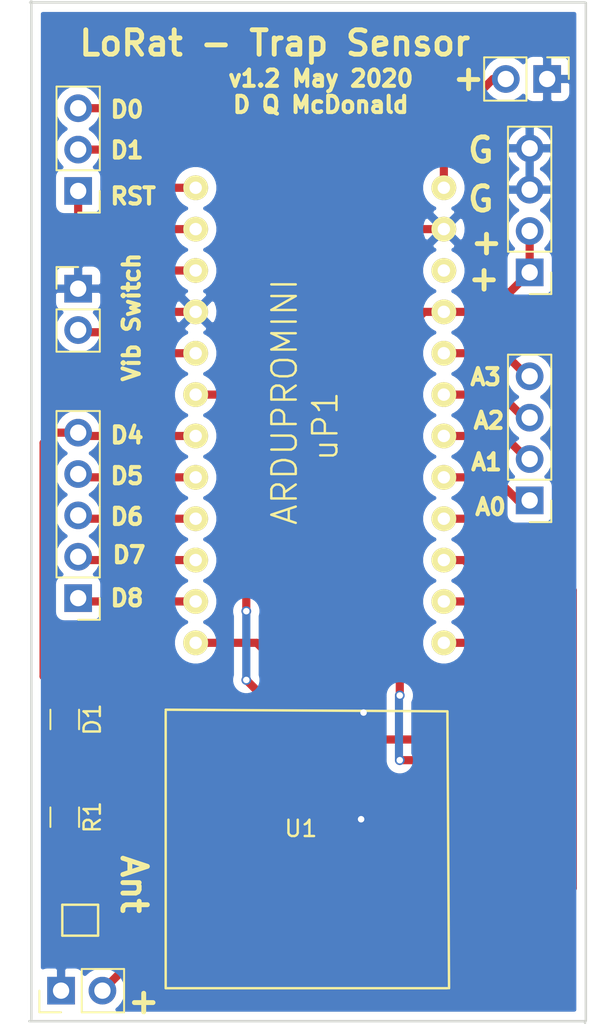
<source format=kicad_pcb>
(kicad_pcb (version 20171130) (host pcbnew "(5.1.2-1)-1")

  (general
    (thickness 1.6)
    (drawings 27)
    (tracks 141)
    (zones 0)
    (modules 12)
    (nets 30)
  )

  (page A4)
  (title_block
    (title "LoRat Rat Trap Sensor")
    (date "7 August 2018")
    (rev 1.0)
    (company "Quentin McDonald")
  )

  (layers
    (0 F.Cu signal)
    (31 B.Cu signal hide)
    (32 B.Adhes user)
    (33 F.Adhes user)
    (34 B.Paste user)
    (35 F.Paste user)
    (36 B.SilkS user)
    (37 F.SilkS user)
    (38 B.Mask user)
    (39 F.Mask user)
    (40 Dwgs.User user)
    (41 Cmts.User user)
    (42 Eco1.User user)
    (43 Eco2.User user)
    (44 Edge.Cuts user)
    (45 Margin user)
    (46 B.CrtYd user)
    (47 F.CrtYd user)
    (48 B.Fab user)
    (49 F.Fab user)
  )

  (setup
    (last_trace_width 0.5)
    (trace_clearance 0.5)
    (zone_clearance 0.508)
    (zone_45_only no)
    (trace_min 0.2)
    (via_size 0.6)
    (via_drill 0.4)
    (via_min_size 0.4)
    (via_min_drill 0.3)
    (uvia_size 0.3)
    (uvia_drill 0.1)
    (uvias_allowed no)
    (uvia_min_size 0.2)
    (uvia_min_drill 0.1)
    (edge_width 0.15)
    (segment_width 0.2)
    (pcb_text_width 0.3)
    (pcb_text_size 1.5 1.5)
    (mod_edge_width 0.15)
    (mod_text_size 1 1)
    (mod_text_width 0.15)
    (pad_size 1.524 1.524)
    (pad_drill 0.762)
    (pad_to_mask_clearance 0.2)
    (aux_axis_origin 0 0)
    (visible_elements FFFFFF7F)
    (pcbplotparams
      (layerselection 0x010f0_ffffffff)
      (usegerberextensions false)
      (usegerberattributes false)
      (usegerberadvancedattributes false)
      (creategerberjobfile false)
      (excludeedgelayer true)
      (linewidth 0.100000)
      (plotframeref false)
      (viasonmask false)
      (mode 1)
      (useauxorigin false)
      (hpglpennumber 1)
      (hpglpenspeed 20)
      (hpglpendiameter 15.000000)
      (psnegative false)
      (psa4output false)
      (plotreference true)
      (plotvalue true)
      (plotinvisibletext false)
      (padsonsilk false)
      (subtractmaskfromsilk false)
      (outputformat 1)
      (mirror false)
      (drillshape 0)
      (scaleselection 1)
      (outputdirectory "Gerber/"))
  )

  (net 0 "")
  (net 1 D4)
  (net 2 "Net-(D1-Pad2)")
  (net 3 RST)
  (net 4 D1)
  (net 5 D0)
  (net 6 D8)
  (net 7 D7)
  (net 8 D6)
  (net 9 D5)
  (net 10 A0)
  (net 11 A1)
  (net 12 A2)
  (net 13 A3)
  (net 14 V3.3)
  (net 15 GND)
  (net 16 ANT)
  (net 17 Vin)
  (net 18 D2)
  (net 19 D9)
  (net 20 D3)
  (net 21 "Net-(U1-Pad9)")
  (net 22 "Net-(U1-Pad8)")
  (net 23 NSS)
  (net 24 MOSI)
  (net 25 MISO)
  (net 26 SCK)
  (net 27 "Net-(U1-Pad3)")
  (net 28 "Net-(U1-Pad2)")
  (net 29 "Net-(uP1-Pad21)")

  (net_class Default "This is the default net class."
    (clearance 0.5)
    (trace_width 0.5)
    (via_dia 0.6)
    (via_drill 0.4)
    (uvia_dia 0.3)
    (uvia_drill 0.1)
    (add_net A0)
    (add_net A1)
    (add_net A2)
    (add_net A3)
    (add_net ANT)
    (add_net D0)
    (add_net D1)
    (add_net D2)
    (add_net D3)
    (add_net D4)
    (add_net D5)
    (add_net D6)
    (add_net D7)
    (add_net D8)
    (add_net D9)
    (add_net GND)
    (add_net MISO)
    (add_net MOSI)
    (add_net NSS)
    (add_net "Net-(D1-Pad2)")
    (add_net "Net-(U1-Pad2)")
    (add_net "Net-(U1-Pad3)")
    (add_net "Net-(U1-Pad8)")
    (add_net "Net-(U1-Pad9)")
    (add_net "Net-(uP1-Pad21)")
    (add_net RST)
    (add_net SCK)
    (add_net V3.3)
    (add_net Vin)
  )

  (module Resistors_SMD:R_0805_HandSoldering (layer F.Cu) (tedit 5B690263) (tstamp 5B68DD2F)
    (at 143 144 270)
    (descr "Resistor SMD 0805, hand soldering")
    (tags "resistor 0805")
    (path /5B68AAC9)
    (attr smd)
    (fp_text reference D1 (at 0 -1.7 270) (layer F.SilkS)
      (effects (font (size 1 1) (thickness 0.15)))
    )
    (fp_text value LED (at 0.2 -2.45 270) (layer F.Fab)
      (effects (font (size 1 1) (thickness 0.15)))
    )
    (fp_text user %R (at 0 0 270) (layer F.Fab)
      (effects (font (size 0.5 0.5) (thickness 0.075)))
    )
    (fp_line (start -1 0.62) (end -1 -0.62) (layer F.Fab) (width 0.1))
    (fp_line (start 1 0.62) (end -1 0.62) (layer F.Fab) (width 0.1))
    (fp_line (start 1 -0.62) (end 1 0.62) (layer F.Fab) (width 0.1))
    (fp_line (start -1 -0.62) (end 1 -0.62) (layer F.Fab) (width 0.1))
    (fp_line (start 0.6 0.88) (end -0.6 0.88) (layer F.SilkS) (width 0.12))
    (fp_line (start -0.6 -0.88) (end 0.6 -0.88) (layer F.SilkS) (width 0.12))
    (fp_line (start -2.35 -0.9) (end 2.35 -0.9) (layer F.CrtYd) (width 0.05))
    (fp_line (start -2.35 -0.9) (end -2.35 0.9) (layer F.CrtYd) (width 0.05))
    (fp_line (start 2.35 0.9) (end 2.35 -0.9) (layer F.CrtYd) (width 0.05))
    (fp_line (start 2.35 0.9) (end -2.35 0.9) (layer F.CrtYd) (width 0.05))
    (pad 1 smd rect (at -1.35 0 270) (size 1.5 1.3) (layers F.Cu F.Paste F.Mask)
      (net 1 D4))
    (pad 2 smd rect (at 1.35 0 270) (size 1.5 1.3) (layers F.Cu F.Paste F.Mask)
      (net 2 "Net-(D1-Pad2)"))
    (model ${KISYS3DMOD}/Resistors_SMD.3dshapes/R_0805.wrl
      (at (xyz 0 0 0))
      (scale (xyz 1 1 1))
      (rotate (xyz 0 0 0))
    )
  )

  (module Pin_Headers:Pin_Header_Straight_1x03_Pitch2.54mm (layer F.Cu) (tedit 5B7E5441) (tstamp 5B68DD36)
    (at 143.825 111.55 180)
    (descr "Through hole straight pin header, 1x03, 2.54mm pitch, single row")
    (tags "Through hole pin header THT 1x03 2.54mm single row")
    (path /5B67E124)
    (fp_text reference "" (at 0 -2.33 180) (layer F.SilkS)
      (effects (font (size 1 1) (thickness 0.15)))
    )
    (fp_text value "" (at 0 7.41 180) (layer F.Fab)
      (effects (font (size 1 1) (thickness 0.15)))
    )
    (fp_line (start -0.635 -1.27) (end 1.27 -1.27) (layer F.Fab) (width 0.1))
    (fp_line (start 1.27 -1.27) (end 1.27 6.35) (layer F.Fab) (width 0.1))
    (fp_line (start 1.27 6.35) (end -1.27 6.35) (layer F.Fab) (width 0.1))
    (fp_line (start -1.27 6.35) (end -1.27 -0.635) (layer F.Fab) (width 0.1))
    (fp_line (start -1.27 -0.635) (end -0.635 -1.27) (layer F.Fab) (width 0.1))
    (fp_line (start -1.33 6.41) (end 1.33 6.41) (layer F.SilkS) (width 0.12))
    (fp_line (start -1.33 1.27) (end -1.33 6.41) (layer F.SilkS) (width 0.12))
    (fp_line (start 1.33 1.27) (end 1.33 6.41) (layer F.SilkS) (width 0.12))
    (fp_line (start -1.33 1.27) (end 1.33 1.27) (layer F.SilkS) (width 0.12))
    (fp_line (start -1.33 0) (end -1.33 -1.33) (layer F.SilkS) (width 0.12))
    (fp_line (start -1.33 -1.33) (end 0 -1.33) (layer F.SilkS) (width 0.12))
    (fp_line (start -1.8 -1.8) (end -1.8 6.85) (layer F.CrtYd) (width 0.05))
    (fp_line (start -1.8 6.85) (end 1.8 6.85) (layer F.CrtYd) (width 0.05))
    (fp_line (start 1.8 6.85) (end 1.8 -1.8) (layer F.CrtYd) (width 0.05))
    (fp_line (start 1.8 -1.8) (end -1.8 -1.8) (layer F.CrtYd) (width 0.05))
    (fp_text user %R (at 0 2.54 270) (layer F.Fab)
      (effects (font (size 1 1) (thickness 0.15)))
    )
    (pad 1 thru_hole rect (at 0 0 180) (size 1.7 1.7) (drill 1) (layers *.Cu *.Mask)
      (net 3 RST))
    (pad 2 thru_hole oval (at 0 2.54 180) (size 1.7 1.7) (drill 1) (layers *.Cu *.Mask)
      (net 4 D1))
    (pad 3 thru_hole oval (at 0 5.08 180) (size 1.7 1.7) (drill 1) (layers *.Cu *.Mask)
      (net 5 D0))
    (model ${KISYS3DMOD}/Pin_Headers.3dshapes/Pin_Header_Straight_1x03_Pitch2.54mm.wrl
      (at (xyz 0 0 0))
      (scale (xyz 1 1 1))
      (rotate (xyz 0 0 0))
    )
  )

  (module Pin_Headers:Pin_Header_Straight_1x05_Pitch2.54mm (layer F.Cu) (tedit 5B7E53FE) (tstamp 5B68DD3F)
    (at 143.825 136.55 180)
    (descr "Through hole straight pin header, 1x05, 2.54mm pitch, single row")
    (tags "Through hole pin header THT 1x05 2.54mm single row")
    (path /5B67E212)
    (fp_text reference "" (at 0 -2.33 180) (layer F.SilkS)
      (effects (font (size 1 1) (thickness 0.15)))
    )
    (fp_text value "" (at 0 12.49 180) (layer F.Fab)
      (effects (font (size 1 1) (thickness 0.15)))
    )
    (fp_line (start -0.635 -1.27) (end 1.27 -1.27) (layer F.Fab) (width 0.1))
    (fp_line (start 1.27 -1.27) (end 1.27 11.43) (layer F.Fab) (width 0.1))
    (fp_line (start 1.27 11.43) (end -1.27 11.43) (layer F.Fab) (width 0.1))
    (fp_line (start -1.27 11.43) (end -1.27 -0.635) (layer F.Fab) (width 0.1))
    (fp_line (start -1.27 -0.635) (end -0.635 -1.27) (layer F.Fab) (width 0.1))
    (fp_line (start -1.33 11.49) (end 1.33 11.49) (layer F.SilkS) (width 0.12))
    (fp_line (start -1.33 1.27) (end -1.33 11.49) (layer F.SilkS) (width 0.12))
    (fp_line (start 1.33 1.27) (end 1.33 11.49) (layer F.SilkS) (width 0.12))
    (fp_line (start -1.33 1.27) (end 1.33 1.27) (layer F.SilkS) (width 0.12))
    (fp_line (start -1.33 0) (end -1.33 -1.33) (layer F.SilkS) (width 0.12))
    (fp_line (start -1.33 -1.33) (end 0 -1.33) (layer F.SilkS) (width 0.12))
    (fp_line (start -1.8 -1.8) (end -1.8 11.95) (layer F.CrtYd) (width 0.05))
    (fp_line (start -1.8 11.95) (end 1.8 11.95) (layer F.CrtYd) (width 0.05))
    (fp_line (start 1.8 11.95) (end 1.8 -1.8) (layer F.CrtYd) (width 0.05))
    (fp_line (start 1.8 -1.8) (end -1.8 -1.8) (layer F.CrtYd) (width 0.05))
    (fp_text user %R (at 0 5.08 270) (layer F.Fab)
      (effects (font (size 1 1) (thickness 0.15)))
    )
    (pad 1 thru_hole rect (at 0 0 180) (size 1.7 1.7) (drill 1) (layers *.Cu *.Mask)
      (net 6 D8))
    (pad 2 thru_hole oval (at 0 2.54 180) (size 1.7 1.7) (drill 1) (layers *.Cu *.Mask)
      (net 7 D7))
    (pad 3 thru_hole oval (at 0 5.08 180) (size 1.7 1.7) (drill 1) (layers *.Cu *.Mask)
      (net 8 D6))
    (pad 4 thru_hole oval (at 0 7.62 180) (size 1.7 1.7) (drill 1) (layers *.Cu *.Mask)
      (net 9 D5))
    (pad 5 thru_hole oval (at 0 10.16 180) (size 1.7 1.7) (drill 1) (layers *.Cu *.Mask)
      (net 1 D4))
    (model ${KISYS3DMOD}/Pin_Headers.3dshapes/Pin_Header_Straight_1x05_Pitch2.54mm.wrl
      (at (xyz 0 0 0))
      (scale (xyz 1 1 1))
      (rotate (xyz 0 0 0))
    )
  )

  (module Pin_Headers:Pin_Header_Straight_1x04_Pitch2.54mm (layer F.Cu) (tedit 5B7E540B) (tstamp 5B68DD47)
    (at 171.55 130.55 180)
    (descr "Through hole straight pin header, 1x04, 2.54mm pitch, single row")
    (tags "Through hole pin header THT 1x04 2.54mm single row")
    (path /5B67E395)
    (fp_text reference "" (at 0 -2.33 180) (layer F.SilkS)
      (effects (font (size 1 1) (thickness 0.15)))
    )
    (fp_text value "" (at 0 9.95 180) (layer F.Fab)
      (effects (font (size 1 1) (thickness 0.15)))
    )
    (fp_line (start -0.635 -1.27) (end 1.27 -1.27) (layer F.Fab) (width 0.1))
    (fp_line (start 1.27 -1.27) (end 1.27 8.89) (layer F.Fab) (width 0.1))
    (fp_line (start 1.27 8.89) (end -1.27 8.89) (layer F.Fab) (width 0.1))
    (fp_line (start -1.27 8.89) (end -1.27 -0.635) (layer F.Fab) (width 0.1))
    (fp_line (start -1.27 -0.635) (end -0.635 -1.27) (layer F.Fab) (width 0.1))
    (fp_line (start -1.33 8.95) (end 1.33 8.95) (layer F.SilkS) (width 0.12))
    (fp_line (start -1.33 1.27) (end -1.33 8.95) (layer F.SilkS) (width 0.12))
    (fp_line (start 1.33 1.27) (end 1.33 8.95) (layer F.SilkS) (width 0.12))
    (fp_line (start -1.33 1.27) (end 1.33 1.27) (layer F.SilkS) (width 0.12))
    (fp_line (start -1.33 0) (end -1.33 -1.33) (layer F.SilkS) (width 0.12))
    (fp_line (start -1.33 -1.33) (end 0 -1.33) (layer F.SilkS) (width 0.12))
    (fp_line (start -1.8 -1.8) (end -1.8 9.4) (layer F.CrtYd) (width 0.05))
    (fp_line (start -1.8 9.4) (end 1.8 9.4) (layer F.CrtYd) (width 0.05))
    (fp_line (start 1.8 9.4) (end 1.8 -1.8) (layer F.CrtYd) (width 0.05))
    (fp_line (start 1.8 -1.8) (end -1.8 -1.8) (layer F.CrtYd) (width 0.05))
    (fp_text user %R (at 0 3.81 270) (layer F.Fab)
      (effects (font (size 1 1) (thickness 0.15)))
    )
    (pad 1 thru_hole rect (at 0 0 180) (size 1.7 1.7) (drill 1) (layers *.Cu *.Mask)
      (net 10 A0))
    (pad 2 thru_hole oval (at 0 2.54 180) (size 1.7 1.7) (drill 1) (layers *.Cu *.Mask)
      (net 11 A1))
    (pad 3 thru_hole oval (at 0 5.08 180) (size 1.7 1.7) (drill 1) (layers *.Cu *.Mask)
      (net 12 A2))
    (pad 4 thru_hole oval (at 0 7.62 180) (size 1.7 1.7) (drill 1) (layers *.Cu *.Mask)
      (net 13 A3))
    (model ${KISYS3DMOD}/Pin_Headers.3dshapes/Pin_Header_Straight_1x04_Pitch2.54mm.wrl
      (at (xyz 0 0 0))
      (scale (xyz 1 1 1))
      (rotate (xyz 0 0 0))
    )
  )

  (module Pin_Headers:Pin_Header_Straight_1x04_Pitch2.54mm (layer F.Cu) (tedit 5B7E5454) (tstamp 5B68DD4F)
    (at 171.55 116.55 180)
    (descr "Through hole straight pin header, 1x04, 2.54mm pitch, single row")
    (tags "Through hole pin header THT 1x04 2.54mm single row")
    (path /5B67E9D2)
    (fp_text reference "" (at 0 -2.33 180) (layer F.SilkS)
      (effects (font (size 1 1) (thickness 0.15)))
    )
    (fp_text value "" (at 0 9.95 180) (layer F.Fab)
      (effects (font (size 1 1) (thickness 0.15)))
    )
    (fp_line (start -0.635 -1.27) (end 1.27 -1.27) (layer F.Fab) (width 0.1))
    (fp_line (start 1.27 -1.27) (end 1.27 8.89) (layer F.Fab) (width 0.1))
    (fp_line (start 1.27 8.89) (end -1.27 8.89) (layer F.Fab) (width 0.1))
    (fp_line (start -1.27 8.89) (end -1.27 -0.635) (layer F.Fab) (width 0.1))
    (fp_line (start -1.27 -0.635) (end -0.635 -1.27) (layer F.Fab) (width 0.1))
    (fp_line (start -1.33 8.95) (end 1.33 8.95) (layer F.SilkS) (width 0.12))
    (fp_line (start -1.33 1.27) (end -1.33 8.95) (layer F.SilkS) (width 0.12))
    (fp_line (start 1.33 1.27) (end 1.33 8.95) (layer F.SilkS) (width 0.12))
    (fp_line (start -1.33 1.27) (end 1.33 1.27) (layer F.SilkS) (width 0.12))
    (fp_line (start -1.33 0) (end -1.33 -1.33) (layer F.SilkS) (width 0.12))
    (fp_line (start -1.33 -1.33) (end 0 -1.33) (layer F.SilkS) (width 0.12))
    (fp_line (start -1.8 -1.8) (end -1.8 9.4) (layer F.CrtYd) (width 0.05))
    (fp_line (start -1.8 9.4) (end 1.8 9.4) (layer F.CrtYd) (width 0.05))
    (fp_line (start 1.8 9.4) (end 1.8 -1.8) (layer F.CrtYd) (width 0.05))
    (fp_line (start 1.8 -1.8) (end -1.8 -1.8) (layer F.CrtYd) (width 0.05))
    (fp_text user "" (at 0 3.81 270) (layer F.Fab)
      (effects (font (size 1 1) (thickness 0.15)))
    )
    (pad 1 thru_hole rect (at 0 0 180) (size 1.7 1.7) (drill 1) (layers *.Cu *.Mask)
      (net 14 V3.3))
    (pad 2 thru_hole oval (at 0 2.54 180) (size 1.7 1.7) (drill 1) (layers *.Cu *.Mask)
      (net 14 V3.3))
    (pad 3 thru_hole oval (at 0 5.08 180) (size 1.7 1.7) (drill 1) (layers *.Cu *.Mask)
      (net 15 GND))
    (pad 4 thru_hole oval (at 0 7.62 180) (size 1.7 1.7) (drill 1) (layers *.Cu *.Mask)
      (net 15 GND))
    (model ${KISYS3DMOD}/Pin_Headers.3dshapes/Pin_Header_Straight_1x04_Pitch2.54mm.wrl
      (at (xyz 0 0 0))
      (scale (xyz 1 1 1))
      (rotate (xyz 0 0 0))
    )
  )

  (module Pin_Headers:Pin_Header_Straight_1x02_Pitch2.54mm (layer F.Cu) (tedit 5B7E541E) (tstamp 5B68DD5B)
    (at 172.625 104.675 270)
    (descr "Through hole straight pin header, 1x02, 2.54mm pitch, single row")
    (tags "Through hole pin header THT 1x02 2.54mm single row")
    (path /5B67DFA5)
    (fp_text reference "" (at 0 -2.33 270) (layer F.SilkS)
      (effects (font (size 1 1) (thickness 0.15)))
    )
    (fp_text value "" (at 0 4.87 270) (layer F.Fab)
      (effects (font (size 1 1) (thickness 0.15)))
    )
    (fp_line (start -0.635 -1.27) (end 1.27 -1.27) (layer F.Fab) (width 0.1))
    (fp_line (start 1.27 -1.27) (end 1.27 3.81) (layer F.Fab) (width 0.1))
    (fp_line (start 1.27 3.81) (end -1.27 3.81) (layer F.Fab) (width 0.1))
    (fp_line (start -1.27 3.81) (end -1.27 -0.635) (layer F.Fab) (width 0.1))
    (fp_line (start -1.27 -0.635) (end -0.635 -1.27) (layer F.Fab) (width 0.1))
    (fp_line (start -1.33 3.87) (end 1.33 3.87) (layer F.SilkS) (width 0.12))
    (fp_line (start -1.33 1.27) (end -1.33 3.87) (layer F.SilkS) (width 0.12))
    (fp_line (start 1.33 1.27) (end 1.33 3.87) (layer F.SilkS) (width 0.12))
    (fp_line (start -1.33 1.27) (end 1.33 1.27) (layer F.SilkS) (width 0.12))
    (fp_line (start -1.33 0) (end -1.33 -1.33) (layer F.SilkS) (width 0.12))
    (fp_line (start -1.33 -1.33) (end 0 -1.33) (layer F.SilkS) (width 0.12))
    (fp_line (start -1.8 -1.8) (end -1.8 4.35) (layer F.CrtYd) (width 0.05))
    (fp_line (start -1.8 4.35) (end 1.8 4.35) (layer F.CrtYd) (width 0.05))
    (fp_line (start 1.8 4.35) (end 1.8 -1.8) (layer F.CrtYd) (width 0.05))
    (fp_line (start 1.8 -1.8) (end -1.8 -1.8) (layer F.CrtYd) (width 0.05))
    (fp_text user %R (at 0 1.27) (layer F.Fab)
      (effects (font (size 1 1) (thickness 0.15)))
    )
    (pad 1 thru_hole rect (at 0 0 270) (size 1.7 1.7) (drill 1) (layers *.Cu *.Mask)
      (net 15 GND))
    (pad 2 thru_hole oval (at 0 2.54 270) (size 1.7 1.7) (drill 1) (layers *.Cu *.Mask)
      (net 17 Vin))
    (model ${KISYS3DMOD}/Pin_Headers.3dshapes/Pin_Header_Straight_1x02_Pitch2.54mm.wrl
      (at (xyz 0 0 0))
      (scale (xyz 1 1 1))
      (rotate (xyz 0 0 0))
    )
  )

  (module Resistors_SMD:R_0805_HandSoldering (layer F.Cu) (tedit 5B690265) (tstamp 5B68DD61)
    (at 143 150 270)
    (descr "Resistor SMD 0805, hand soldering")
    (tags "resistor 0805")
    (path /5B68AA56)
    (attr smd)
    (fp_text reference R1 (at 0 -1.7 270) (layer F.SilkS)
      (effects (font (size 1 1) (thickness 0.15)))
    )
    (fp_text value 220 (at 0.025 -2.3 270) (layer F.Fab)
      (effects (font (size 1 1) (thickness 0.15)))
    )
    (fp_text user %R (at 0 0 270) (layer F.Fab)
      (effects (font (size 0.5 0.5) (thickness 0.075)))
    )
    (fp_line (start -1 0.62) (end -1 -0.62) (layer F.Fab) (width 0.1))
    (fp_line (start 1 0.62) (end -1 0.62) (layer F.Fab) (width 0.1))
    (fp_line (start 1 -0.62) (end 1 0.62) (layer F.Fab) (width 0.1))
    (fp_line (start -1 -0.62) (end 1 -0.62) (layer F.Fab) (width 0.1))
    (fp_line (start 0.6 0.88) (end -0.6 0.88) (layer F.SilkS) (width 0.12))
    (fp_line (start -0.6 -0.88) (end 0.6 -0.88) (layer F.SilkS) (width 0.12))
    (fp_line (start -2.35 -0.9) (end 2.35 -0.9) (layer F.CrtYd) (width 0.05))
    (fp_line (start -2.35 -0.9) (end -2.35 0.9) (layer F.CrtYd) (width 0.05))
    (fp_line (start 2.35 0.9) (end 2.35 -0.9) (layer F.CrtYd) (width 0.05))
    (fp_line (start 2.35 0.9) (end -2.35 0.9) (layer F.CrtYd) (width 0.05))
    (pad 1 smd rect (at -1.35 0 270) (size 1.5 1.3) (layers F.Cu F.Paste F.Mask)
      (net 2 "Net-(D1-Pad2)"))
    (pad 2 smd rect (at 1.35 0 270) (size 1.5 1.3) (layers F.Cu F.Paste F.Mask)
      (net 15 GND))
    (model ${KISYS3DMOD}/Resistors_SMD.3dshapes/R_0805.wrl
      (at (xyz 0 0 0))
      (scale (xyz 1 1 1))
      (rotate (xyz 0 0 0))
    )
  )

  (module Pin_Headers:Pin_Header_Straight_1x02_Pitch2.54mm (layer F.Cu) (tedit 5B7E5433) (tstamp 5B68DD67)
    (at 143.825 117.55)
    (descr "Through hole straight pin header, 1x02, 2.54mm pitch, single row")
    (tags "Through hole pin header THT 1x02 2.54mm single row")
    (path /5B6265DC)
    (fp_text reference "" (at 0 -2.33) (layer F.SilkS)
      (effects (font (size 1 1) (thickness 0.15)))
    )
    (fp_text value "" (at 0 4.87) (layer F.Fab)
      (effects (font (size 1 1) (thickness 0.15)))
    )
    (fp_line (start -0.635 -1.27) (end 1.27 -1.27) (layer F.Fab) (width 0.1))
    (fp_line (start 1.27 -1.27) (end 1.27 3.81) (layer F.Fab) (width 0.1))
    (fp_line (start 1.27 3.81) (end -1.27 3.81) (layer F.Fab) (width 0.1))
    (fp_line (start -1.27 3.81) (end -1.27 -0.635) (layer F.Fab) (width 0.1))
    (fp_line (start -1.27 -0.635) (end -0.635 -1.27) (layer F.Fab) (width 0.1))
    (fp_line (start -1.33 3.87) (end 1.33 3.87) (layer F.SilkS) (width 0.12))
    (fp_line (start -1.33 1.27) (end -1.33 3.87) (layer F.SilkS) (width 0.12))
    (fp_line (start 1.33 1.27) (end 1.33 3.87) (layer F.SilkS) (width 0.12))
    (fp_line (start -1.33 1.27) (end 1.33 1.27) (layer F.SilkS) (width 0.12))
    (fp_line (start -1.33 0) (end -1.33 -1.33) (layer F.SilkS) (width 0.12))
    (fp_line (start -1.33 -1.33) (end 0 -1.33) (layer F.SilkS) (width 0.12))
    (fp_line (start -1.8 -1.8) (end -1.8 4.35) (layer F.CrtYd) (width 0.05))
    (fp_line (start -1.8 4.35) (end 1.8 4.35) (layer F.CrtYd) (width 0.05))
    (fp_line (start 1.8 4.35) (end 1.8 -1.8) (layer F.CrtYd) (width 0.05))
    (fp_line (start 1.8 -1.8) (end -1.8 -1.8) (layer F.CrtYd) (width 0.05))
    (fp_text user %R (at 0 1.27 90) (layer F.Fab)
      (effects (font (size 1 1) (thickness 0.15)))
    )
    (pad 1 thru_hole rect (at 0 0) (size 1.7 1.7) (drill 1) (layers *.Cu *.Mask)
      (net 15 GND))
    (pad 2 thru_hole oval (at 0 2.54) (size 1.7 1.7) (drill 1) (layers *.Cu *.Mask)
      (net 18 D2))
    (model ${KISYS3DMOD}/Pin_Headers.3dshapes/Pin_Header_Straight_1x02_Pitch2.54mm.wrl
      (at (xyz 0 0 0))
      (scale (xyz 1 1 1))
      (rotate (xyz 0 0 0))
    )
  )

  (module DQM_kicad_new:LoRaSx1276 (layer F.Cu) (tedit 5B680359) (tstamp 5B68DD79)
    (at 166.5 143.5 180)
    (path /5B626DE3)
    (fp_text reference U1 (at 9 -7.2 180) (layer F.SilkS)
      (effects (font (size 1 1) (thickness 0.15)))
    )
    (fp_text value LoRaSx1276 (at 8.7 -9.7 180) (layer F.Fab)
      (effects (font (size 1 1) (thickness 0.15)))
    )
    (fp_line (start 17.3 -17) (end 17.3 0) (layer F.SilkS) (width 0.15))
    (fp_line (start 0 -17) (end 17.3 -17) (layer F.SilkS) (width 0.15))
    (fp_line (start 0 0) (end -0.1 -17) (layer F.SilkS) (width 0.15))
    (fp_line (start 0 0) (end 17.3 0.1) (layer F.SilkS) (width 0.15))
    (pad 14 smd rect (at 17.7 -14.6 180) (size 1.524 1) (layers F.Cu F.Paste F.Mask)
      (net 15 GND))
    (pad 12 smd rect (at -0.5 -1.73 180) (size 1.524 0.8) (layers F.Cu F.Paste F.Mask)
      (net 19 D9))
    (pad 11 smd rect (at -0.5 -3 180) (size 1.524 0.8) (layers F.Cu F.Paste F.Mask)
      (net 14 V3.3))
    (pad 10 smd rect (at -0.5 -4.27 180) (size 1.524 0.8) (layers F.Cu F.Paste F.Mask)
      (net 20 D3))
    (pad 9 smd rect (at -0.5 -5.54 180) (size 1.524 0.8) (layers F.Cu F.Paste F.Mask)
      (net 21 "Net-(U1-Pad9)"))
    (pad 8 smd rect (at -0.5 -6.81 180) (size 1.524 0.8) (layers F.Cu F.Paste F.Mask)
      (net 22 "Net-(U1-Pad8)"))
    (pad 7 smd rect (at -0.5 -8.08 180) (size 1.524 0.8) (layers F.Cu F.Paste F.Mask)
      (net 23 NSS))
    (pad 6 smd rect (at -0.5 -9.35 180) (size 1.524 0.8) (layers F.Cu F.Paste F.Mask)
      (net 24 MOSI))
    (pad 5 smd rect (at -0.5 -10.62 180) (size 1.524 0.8) (layers F.Cu F.Paste F.Mask)
      (net 25 MISO))
    (pad 4 smd rect (at -0.5 -11.89 180) (size 1.524 0.8) (layers F.Cu F.Paste F.Mask)
      (net 26 SCK))
    (pad 3 smd rect (at -0.5 -13.16 180) (size 1.524 0.8) (layers F.Cu F.Paste F.Mask)
      (net 27 "Net-(U1-Pad3)"))
    (pad 2 smd rect (at -0.5 -14.43 180) (size 1.524 0.8) (layers F.Cu F.Paste F.Mask)
      (net 28 "Net-(U1-Pad2)"))
    (pad 1 smd rect (at -0.5 -15.7 180) (size 1.524 0.8) (layers F.Cu F.Paste F.Mask)
      (net 15 GND))
    (pad 13 smd rect (at 17.7 -16.1 180) (size 1.524 1) (layers F.Cu F.Paste F.Mask)
      (net 16 ANT))
  )

  (module DQM_kicad_new:U.Fl_SMD (layer F.Cu) (tedit 5B7E53EF) (tstamp 5B68DE0F)
    (at 142.85 157.275)
    (path /5B68ACFE)
    (fp_text reference "" (at -2.3 -0.7) (layer F.SilkS)
      (effects (font (size 1 1) (thickness 0.15)))
    )
    (fp_text value "" (at -3.6 -2.2) (layer F.Fab)
      (effects (font (size 1 1) (thickness 0.15)))
    )
    (fp_line (start 0 -1.9) (end 0 0) (layer F.SilkS) (width 0.15))
    (fp_line (start 0 0) (end 2.2 0) (layer F.SilkS) (width 0.15))
    (fp_line (start 2.2 0) (end 2.2 -1.9) (layer F.SilkS) (width 0.15))
    (fp_line (start 2.2 -1.9) (end 0 -1.9) (layer F.SilkS) (width 0.15))
    (pad 1 smd rect (at 1.1 0.6) (size 2.2 1) (layers F.Cu F.Paste F.Mask)
      (net 15 GND))
    (pad 1 smd rect (at 1.1 -2.5) (size 2.2 1) (layers F.Cu F.Paste F.Mask)
      (net 15 GND))
    (pad 2 smd rect (at 2.7 -1) (size 1.05 1) (layers F.Cu F.Paste F.Mask)
      (net 16 ANT))
  )

  (module DQM_kicad_new:ArduProMini (layer F.Cu) (tedit 5B68E4F2) (tstamp 5B68DD9F)
    (at 148.5011 105.0036)
    (path /5B6264F8)
    (fp_text reference uP1 (at 10.4989 20.9964 90) (layer F.SilkS)
      (effects (font (size 1.5 1.5) (thickness 0.15)))
    )
    (fp_text value ARDUPROMINI (at 7.9989 19.4964 90) (layer F.SilkS)
      (effects (font (size 1.5 1.5) (thickness 0.15)))
    )
    (pad 7 thru_hole circle (at 2.54 6.35) (size 1.524 1.524) (drill 0.762) (layers *.Cu *.Mask F.SilkS)
      (net 5 D0))
    (pad 8 thru_hole circle (at 2.54 8.89) (size 1.524 1.524) (drill 0.762) (layers *.Cu *.Mask F.SilkS)
      (net 4 D1))
    (pad 9 thru_hole circle (at 2.54 11.43) (size 1.524 1.524) (drill 0.762) (layers *.Cu *.Mask F.SilkS)
      (net 3 RST))
    (pad 10 thru_hole circle (at 2.54 13.97) (size 1.524 1.524) (drill 0.762) (layers *.Cu *.Mask F.SilkS)
      (net 15 GND))
    (pad 11 thru_hole circle (at 2.54 16.51) (size 1.524 1.524) (drill 0.762) (layers *.Cu *.Mask F.SilkS)
      (net 18 D2))
    (pad 12 thru_hole circle (at 2.54 19.05) (size 1.524 1.524) (drill 0.762) (layers *.Cu *.Mask F.SilkS)
      (net 20 D3))
    (pad 13 thru_hole circle (at 2.54 21.59) (size 1.524 1.524) (drill 0.762) (layers *.Cu *.Mask F.SilkS)
      (net 1 D4))
    (pad 14 thru_hole circle (at 2.54 24.13) (size 1.524 1.524) (drill 0.762) (layers *.Cu *.Mask F.SilkS)
      (net 9 D5))
    (pad 15 thru_hole circle (at 2.54 26.67) (size 1.524 1.524) (drill 0.762) (layers *.Cu *.Mask F.SilkS)
      (net 8 D6))
    (pad 16 thru_hole circle (at 2.54 29.21) (size 1.524 1.524) (drill 0.762) (layers *.Cu *.Mask F.SilkS)
      (net 7 D7))
    (pad 17 thru_hole circle (at 2.54 31.75) (size 1.524 1.524) (drill 0.762) (layers *.Cu *.Mask F.SilkS)
      (net 6 D8))
    (pad 18 thru_hole circle (at 2.54 34.29) (size 1.524 1.524) (drill 0.762) (layers *.Cu *.Mask F.SilkS)
      (net 19 D9))
    (pad 19 thru_hole circle (at 17.78 6.35) (size 1.524 1.524) (drill 0.762) (layers *.Cu *.Mask F.SilkS)
      (net 17 Vin))
    (pad 20 thru_hole circle (at 17.78 8.89) (size 1.524 1.524) (drill 0.762) (layers *.Cu *.Mask F.SilkS)
      (net 15 GND))
    (pad 21 thru_hole circle (at 17.78 11.43) (size 1.524 1.524) (drill 0.762) (layers *.Cu *.Mask F.SilkS)
      (net 29 "Net-(uP1-Pad21)"))
    (pad 22 thru_hole circle (at 17.78 13.97) (size 1.524 1.524) (drill 0.762) (layers *.Cu *.Mask F.SilkS)
      (net 14 V3.3))
    (pad 23 thru_hole circle (at 17.78 16.51) (size 1.524 1.524) (drill 0.762) (layers *.Cu *.Mask F.SilkS)
      (net 13 A3))
    (pad 24 thru_hole circle (at 17.78 19.05) (size 1.524 1.524) (drill 0.762) (layers *.Cu *.Mask F.SilkS)
      (net 12 A2))
    (pad 25 thru_hole circle (at 17.78 21.59) (size 1.524 1.524) (drill 0.762) (layers *.Cu *.Mask F.SilkS)
      (net 11 A1))
    (pad 26 thru_hole circle (at 17.78 24.13) (size 1.524 1.524) (drill 0.762) (layers *.Cu *.Mask F.SilkS)
      (net 10 A0))
    (pad 27 thru_hole circle (at 17.78 26.67) (size 1.524 1.524) (drill 0.762) (layers *.Cu *.Mask F.SilkS)
      (net 26 SCK))
    (pad 28 thru_hole circle (at 17.78 29.21) (size 1.524 1.524) (drill 0.762) (layers *.Cu *.Mask F.SilkS)
      (net 25 MISO))
    (pad 29 thru_hole circle (at 17.78 31.75) (size 1.524 1.524) (drill 0.762) (layers *.Cu *.Mask F.SilkS)
      (net 24 MOSI))
    (pad 30 thru_hole circle (at 17.78 34.29) (size 1.524 1.524) (drill 0.762) (layers *.Cu *.Mask F.SilkS)
      (net 23 NSS))
  )

  (module Pin_Headers:Pin_Header_Straight_1x02_Pitch2.54mm (layer F.Cu) (tedit 5B7E53A7) (tstamp 5B7E542D)
    (at 142.775 160.65 90)
    (descr "Through hole straight pin header, 1x02, 2.54mm pitch, single row")
    (tags "Through hole pin header THT 1x02 2.54mm single row")
    (path /5B7E53D9)
    (fp_text reference "" (at 0 -2.33 90) (layer F.SilkS)
      (effects (font (size 1 1) (thickness 0.15)))
    )
    (fp_text value "" (at 0 4.87 90) (layer F.Fab)
      (effects (font (size 1 1) (thickness 0.15)))
    )
    (fp_line (start -0.635 -1.27) (end 1.27 -1.27) (layer F.Fab) (width 0.1))
    (fp_line (start 1.27 -1.27) (end 1.27 3.81) (layer F.Fab) (width 0.1))
    (fp_line (start 1.27 3.81) (end -1.27 3.81) (layer F.Fab) (width 0.1))
    (fp_line (start -1.27 3.81) (end -1.27 -0.635) (layer F.Fab) (width 0.1))
    (fp_line (start -1.27 -0.635) (end -0.635 -1.27) (layer F.Fab) (width 0.1))
    (fp_line (start -1.33 3.87) (end 1.33 3.87) (layer F.SilkS) (width 0.12))
    (fp_line (start -1.33 1.27) (end -1.33 3.87) (layer F.SilkS) (width 0.12))
    (fp_line (start 1.33 1.27) (end 1.33 3.87) (layer F.SilkS) (width 0.12))
    (fp_line (start -1.33 1.27) (end 1.33 1.27) (layer F.SilkS) (width 0.12))
    (fp_line (start -1.33 0) (end -1.33 -1.33) (layer F.SilkS) (width 0.12))
    (fp_line (start -1.33 -1.33) (end 0 -1.33) (layer F.SilkS) (width 0.12))
    (fp_line (start -1.8 -1.8) (end -1.8 4.35) (layer F.CrtYd) (width 0.05))
    (fp_line (start -1.8 4.35) (end 1.8 4.35) (layer F.CrtYd) (width 0.05))
    (fp_line (start 1.8 4.35) (end 1.8 -1.8) (layer F.CrtYd) (width 0.05))
    (fp_line (start 1.8 -1.8) (end -1.8 -1.8) (layer F.CrtYd) (width 0.05))
    (fp_text user %R (at 0 1.27 180) (layer F.Fab)
      (effects (font (size 1 1) (thickness 0.15)))
    )
    (pad 1 thru_hole rect (at 0 0 90) (size 1.7 1.7) (drill 1) (layers *.Cu *.Mask)
      (net 15 GND))
    (pad 2 thru_hole oval (at 0 2.54 90) (size 1.7 1.7) (drill 1) (layers *.Cu *.Mask)
      (net 16 ANT))
    (model ${KISYS3DMOD}/Pin_Headers.3dshapes/Pin_Header_Straight_1x02_Pitch2.54mm.wrl
      (at (xyz 0 0 0))
      (scale (xyz 1 1 1))
      (rotate (xyz 0 0 0))
    )
  )

  (gr_text + (at 147.85 161.275) (layer F.SilkS)
    (effects (font (size 1.5 1.5) (thickness 0.3)))
  )
  (gr_line (start 140.875 99.975) (end 174.95 99.975) (angle 90) (layer Edge.Cuts) (width 0.15))
  (gr_line (start 174.95 162.525) (end 174.95 162.625) (angle 90) (layer Edge.Cuts) (width 0.15))
  (gr_line (start 140.825 162.525) (end 174.95 162.525) (angle 90) (layer Edge.Cuts) (width 0.15))
  (gr_text Ant (at 147.25 154.125 270) (layer F.SilkS)
    (effects (font (size 1.5 1.5) (thickness 0.3)))
  )
  (gr_text D8 (at 146.825 136.55) (layer F.SilkS)
    (effects (font (size 1 1) (thickness 0.25)))
  )
  (gr_text D7 (at 146.95 133.9) (layer F.SilkS)
    (effects (font (size 1 1) (thickness 0.25)))
  )
  (gr_text D6 (at 146.825 131.55) (layer F.SilkS)
    (effects (font (size 1 1) (thickness 0.25)))
  )
  (gr_text D5 (at 146.825 129.05) (layer F.SilkS)
    (effects (font (size 1 1) (thickness 0.25)))
  )
  (gr_text D4 (at 146.825 126.55) (layer F.SilkS)
    (effects (font (size 1 1) (thickness 0.25)))
  )
  (gr_text "Vib Switch" (at 147.1 119.3 90) (layer F.SilkS)
    (effects (font (size 1 1) (thickness 0.25)))
  )
  (gr_text RST (at 147.2 111.875) (layer F.SilkS)
    (effects (font (size 1 1) (thickness 0.25)))
  )
  (gr_text D1 (at 146.825 109.05) (layer F.SilkS)
    (effects (font (size 1 1) (thickness 0.25)))
  )
  (gr_text D0 (at 146.825 106.55) (layer F.SilkS)
    (effects (font (size 1 1) (thickness 0.25)))
  )
  (gr_text A0 (at 169.15 130.95) (layer F.SilkS)
    (effects (font (size 1 1) (thickness 0.25)))
  )
  (gr_text A1 (at 168.9 128.2) (layer F.SilkS)
    (effects (font (size 1 1) (thickness 0.25)))
  )
  (gr_text A2 (at 169.05 125.65) (layer F.SilkS)
    (effects (font (size 1 1) (thickness 0.25)))
  )
  (gr_text A3 (at 168.85 122.975) (layer F.SilkS)
    (effects (font (size 1 1) (thickness 0.25)))
  )
  (gr_text G (at 168.55 109.05) (layer F.SilkS)
    (effects (font (size 1.5 1.5) (thickness 0.3)))
  )
  (gr_text G (at 168.55 112.05) (layer F.SilkS)
    (effects (font (size 1.5 1.5) (thickness 0.3)))
  )
  (gr_text + (at 168.75 116.9) (layer F.SilkS)
    (effects (font (size 1.5 1.5) (thickness 0.3)))
  )
  (gr_text + (at 168.9 114.675) (layer F.SilkS)
    (effects (font (size 1.5 1.5) (thickness 0.3)))
  )
  (gr_text + (at 167.8 104.6) (layer F.SilkS)
    (effects (font (size 1.5 1.5) (thickness 0.3)))
  )
  (gr_line (start 140.95 162.4) (end 140.95 99.9) (angle 90) (layer Edge.Cuts) (width 0.15))
  (gr_line (start 175 100) (end 175 162.5) (angle 90) (layer Edge.Cuts) (width 0.15))
  (gr_text "v1.2 May 2020\nD Q McDonald" (at 158.725 105.45) (layer F.SilkS)
    (effects (font (size 1 1) (thickness 0.25)))
  )
  (gr_text "LoRat - Trap Sensor" (at 155.9 102.475) (layer F.SilkS)
    (effects (font (size 1.5 1.5) (thickness 0.3)))
  )

  (segment (start 143.825 126.39) (end 142.335 126.39) (width 0.5) (layer F.Cu) (net 1))
  (segment (start 141.7 141.35) (end 143 142.65) (width 0.5) (layer F.Cu) (net 1) (tstamp 5B68FB0F))
  (segment (start 141.7 127.025) (end 141.7 141.35) (width 0.5) (layer F.Cu) (net 1) (tstamp 5B68FB0D))
  (segment (start 142.335 126.39) (end 141.7 127.025) (width 0.5) (layer F.Cu) (net 1) (tstamp 5B68FB0B))
  (segment (start 151.0411 126.5936) (end 144.0286 126.5936) (width 0.5) (layer F.Cu) (net 1))
  (segment (start 144.0286 126.5936) (end 143.825 126.39) (width 0.5) (layer F.Cu) (net 1) (tstamp 5B68F9B0))
  (segment (start 144.0786 126.6436) (end 143.825 126.39) (width 0.5) (layer F.Cu) (net 1) (tstamp 5B68E76D))
  (segment (start 143 145.35) (end 143 148.65) (width 0.5) (layer F.Cu) (net 2))
  (segment (start 151.0411 116.4336) (end 148.3086 116.4336) (width 0.5) (layer F.Cu) (net 3))
  (segment (start 143.825 113.7) (end 143.825 111.55) (width 0.5) (layer F.Cu) (net 3) (tstamp 5B68F9A8))
  (segment (start 144.775 114.65) (end 143.825 113.7) (width 0.5) (layer F.Cu) (net 3) (tstamp 5B68F9A7))
  (segment (start 146.525 114.65) (end 144.775 114.65) (width 0.5) (layer F.Cu) (net 3) (tstamp 5B68F9A5))
  (segment (start 148.3086 116.4336) (end 146.525 114.65) (width 0.5) (layer F.Cu) (net 3) (tstamp 5B68F9A3))
  (segment (start 151.0411 113.8936) (end 148.8686 113.8936) (width 0.5) (layer F.Cu) (net 4))
  (segment (start 146.135 109.01) (end 143.825 109.01) (width 0.5) (layer F.Cu) (net 4) (tstamp 5B68F987))
  (segment (start 146.5 109.375) (end 146.135 109.01) (width 0.5) (layer F.Cu) (net 4) (tstamp 5B68F986))
  (segment (start 146.5 111.525) (end 146.5 109.375) (width 0.5) (layer F.Cu) (net 4) (tstamp 5B68F984))
  (segment (start 148.8686 113.8936) (end 146.5 111.525) (width 0.5) (layer F.Cu) (net 4) (tstamp 5B68F982))
  (segment (start 151.0411 111.3536) (end 149.0286 111.3536) (width 0.5) (layer F.Cu) (net 5))
  (segment (start 146.395 106.47) (end 143.825 106.47) (width 0.5) (layer F.Cu) (net 5) (tstamp 5B68F97E))
  (segment (start 147.675 107.75) (end 146.395 106.47) (width 0.5) (layer F.Cu) (net 5) (tstamp 5B68F97C))
  (segment (start 147.675 110) (end 147.675 107.75) (width 0.5) (layer F.Cu) (net 5) (tstamp 5B68F979))
  (segment (start 149.0286 111.3536) (end 147.675 110) (width 0.5) (layer F.Cu) (net 5) (tstamp 5B68F978))
  (segment (start 151.0411 111.3536) (end 150.8536 111.3536) (width 0.5) (layer F.Cu) (net 5))
  (segment (start 151.0411 136.7536) (end 144.0286 136.7536) (width 0.5) (layer F.Cu) (net 6))
  (segment (start 144.0286 136.7536) (end 143.825 136.55) (width 0.5) (layer F.Cu) (net 6) (tstamp 5B68F9BC))
  (segment (start 144.0786 136.8036) (end 143.825 136.55) (width 0.5) (layer F.Cu) (net 6) (tstamp 5B68E779))
  (segment (start 151.0411 134.2136) (end 144.0286 134.2136) (width 0.5) (layer F.Cu) (net 7))
  (segment (start 144.0286 134.2136) (end 143.825 134.01) (width 0.5) (layer F.Cu) (net 7) (tstamp 5B68F9B9))
  (segment (start 144.0786 134.2636) (end 143.825 134.01) (width 0.5) (layer F.Cu) (net 7) (tstamp 5B68E776))
  (segment (start 151.0411 131.6736) (end 144.0286 131.6736) (width 0.5) (layer F.Cu) (net 8))
  (segment (start 144.0286 131.6736) (end 143.825 131.47) (width 0.5) (layer F.Cu) (net 8) (tstamp 5B68F9B6))
  (segment (start 144.0786 131.7236) (end 143.825 131.47) (width 0.5) (layer F.Cu) (net 8) (tstamp 5B68E773))
  (segment (start 151.0411 129.1336) (end 144.0286 129.1336) (width 0.5) (layer F.Cu) (net 9))
  (segment (start 144.0286 129.1336) (end 143.825 128.93) (width 0.5) (layer F.Cu) (net 9) (tstamp 5B68F9B3))
  (segment (start 144.0786 129.1836) (end 143.825 128.93) (width 0.5) (layer F.Cu) (net 9) (tstamp 5B68E770))
  (segment (start 166.2811 129.1336) (end 169.4086 129.1336) (width 0.5) (layer F.Cu) (net 10))
  (segment (start 169.4086 129.1336) (end 170.825 130.55) (width 0.5) (layer F.Cu) (net 10) (tstamp 5B68F96B))
  (segment (start 170.825 130.55) (end 171.55 130.55) (width 0.5) (layer F.Cu) (net 10) (tstamp 5B68F96C))
  (segment (start 166.2811 126.5936) (end 169.9814 126.5936) (width 0.5) (layer F.Cu) (net 11))
  (segment (start 169.9814 126.5936) (end 171.3978 128.01) (width 0.5) (layer F.Cu) (net 11) (tstamp 5B68F967))
  (segment (start 171.3978 128.01) (end 171.55 128.01) (width 0.5) (layer F.Cu) (net 11) (tstamp 5B68F968))
  (segment (start 171.09 127.55) (end 171.55 128.01) (width 0.5) (layer F.Cu) (net 11) (tstamp 5B68E3DB))
  (segment (start 166.2811 124.0536) (end 169.7714 124.0536) (width 0.5) (layer F.Cu) (net 12))
  (segment (start 169.7714 124.0536) (end 171.1878 125.47) (width 0.5) (layer F.Cu) (net 12) (tstamp 5B68F963))
  (segment (start 171.1878 125.47) (end 171.55 125.47) (width 0.5) (layer F.Cu) (net 12) (tstamp 5B68F964))
  (segment (start 171.13 125.05) (end 171.55 125.47) (width 0.5) (layer F.Cu) (net 12) (tstamp 5B68E3D5))
  (segment (start 166.2811 121.5136) (end 169.9886 121.5136) (width 0.5) (layer F.Cu) (net 13))
  (segment (start 169.9886 121.5136) (end 171.405 122.93) (width 0.5) (layer F.Cu) (net 13) (tstamp 5B68F95E))
  (segment (start 171.405 122.93) (end 171.55 122.93) (width 0.5) (layer F.Cu) (net 13) (tstamp 5B68F960))
  (segment (start 171.17 122.55) (end 171.55 122.93) (width 0.5) (layer F.Cu) (net 13) (tstamp 5B68E3D0))
  (segment (start 166.2811 118.9736) (end 165.0764 118.9736) (width 0.5) (layer F.Cu) (net 14))
  (segment (start 163.575 146.5) (end 167 146.5) (width 0.5) (layer F.Cu) (net 14) (tstamp 5B68FAD4))
  (via (at 163.575 146.5) (size 0.6) (drill 0.4) (layers F.Cu B.Cu) (net 14))
  (segment (start 163.525 146.45) (end 163.575 146.5) (width 0.5) (layer B.Cu) (net 14) (tstamp 5B68FACB))
  (segment (start 163.525 142.575) (end 163.525 146.45) (width 0.5) (layer B.Cu) (net 14) (tstamp 5B68FACA))
  (segment (start 163.575 142.525) (end 163.525 142.575) (width 0.5) (layer B.Cu) (net 14) (tstamp 5B68FAC9))
  (via (at 163.575 142.525) (size 0.6) (drill 0.4) (layers F.Cu B.Cu) (net 14))
  (segment (start 163.575 120.475) (end 163.575 142.525) (width 0.5) (layer F.Cu) (net 14) (tstamp 5B68FAC4))
  (segment (start 165.0764 118.9736) (end 163.575 120.475) (width 0.5) (layer F.Cu) (net 14) (tstamp 5B68FAC3))
  (segment (start 166.2811 118.9736) (end 169.1264 118.9736) (width 0.5) (layer F.Cu) (net 14))
  (segment (start 169.1264 118.9736) (end 171.55 116.55) (width 0.5) (layer F.Cu) (net 14) (tstamp 5B68F956))
  (segment (start 171.55 116.55) (end 171.55 114.01) (width 0.5) (layer F.Cu) (net 14) (status 30))
  (segment (start 171.4972 116.55) (end 171.55 116.55) (width 0.5) (layer F.Cu) (net 14) (tstamp 5B68E3C5) (status 30))
  (segment (start 142.775 160.65) (end 142.775 159.05) (width 0.5) (layer F.Cu) (net 15))
  (segment (start 142.775 159.05) (end 143.95 157.875) (width 0.5) (layer F.Cu) (net 15) (tstamp 5B7E56FE))
  (segment (start 143.95 154.775) (end 143.95 154.175) (width 0.5) (layer F.Cu) (net 15))
  (segment (start 143 153.225) (end 143 151.35) (width 0.5) (layer F.Cu) (net 15) (tstamp 5B7E56F7))
  (segment (start 143.95 154.175) (end 143 153.225) (width 0.5) (layer F.Cu) (net 15) (tstamp 5B7E56F6))
  (segment (start 148.65 157.95) (end 148.8 158.1) (width 0.5) (layer F.Cu) (net 15) (tstamp 5B6900E8))
  (segment (start 148.8 158.1) (end 148.8 155.55) (width 0.5) (layer F.Cu) (net 15))
  (segment (start 144.6 151.35) (end 143 151.35) (width 0.5) (layer F.Cu) (net 15) (tstamp 5B6900DA))
  (segment (start 148.8 155.55) (end 144.6 151.35) (width 0.5) (layer F.Cu) (net 15) (tstamp 5B6900D9))
  (segment (start 167 159.2) (end 152.925 159.2) (width 0.5) (layer F.Cu) (net 15))
  (segment (start 151.825 158.1) (end 148.8 158.1) (width 0.5) (layer F.Cu) (net 15) (tstamp 5B6900D6))
  (segment (start 152.925 159.2) (end 151.825 158.1) (width 0.5) (layer F.Cu) (net 15) (tstamp 5B6900D3))
  (segment (start 166.2811 113.8936) (end 162.7564 113.8936) (width 0.5) (layer F.Cu) (net 15))
  (segment (start 163.35 159.2) (end 167 159.2) (width 0.5) (layer F.Cu) (net 15) (tstamp 5B6900CF))
  (segment (start 161.075 156.925) (end 163.35 159.2) (width 0.5) (layer F.Cu) (net 15) (tstamp 5B6900CA))
  (segment (start 161.075 150.25) (end 161.075 156.925) (width 0.5) (layer F.Cu) (net 15) (tstamp 5B6900C6))
  (segment (start 161.2 150.125) (end 161.075 150.25) (width 0.5) (layer F.Cu) (net 15) (tstamp 5B6900C5))
  (via (at 161.2 150.125) (size 0.6) (drill 0.4) (layers F.Cu B.Cu) (net 15))
  (segment (start 161.2 143.725) (end 161.2 150.125) (width 0.5) (layer B.Cu) (net 15) (tstamp 5B6900C2))
  (segment (start 161.35 143.575) (end 161.2 143.725) (width 0.5) (layer B.Cu) (net 15) (tstamp 5B6900C1))
  (via (at 161.35 143.575) (size 0.6) (drill 0.4) (layers F.Cu B.Cu) (net 15))
  (segment (start 161.4 143.525) (end 161.35 143.575) (width 0.5) (layer F.Cu) (net 15) (tstamp 5B6900BD))
  (segment (start 161.4 115.25) (end 161.4 143.525) (width 0.5) (layer F.Cu) (net 15) (tstamp 5B6900BB))
  (segment (start 162.7564 113.8936) (end 161.4 115.25) (width 0.5) (layer F.Cu) (net 15) (tstamp 5B6900B7))
  (segment (start 151.0411 118.9736) (end 148.3236 118.9736) (width 0.5) (layer F.Cu) (net 15))
  (segment (start 146.9 117.55) (end 143.825 117.55) (width 0.5) (layer F.Cu) (net 15) (tstamp 5B68F993))
  (segment (start 148.3236 118.9736) (end 146.9 117.55) (width 0.5) (layer F.Cu) (net 15) (tstamp 5B68F991))
  (segment (start 143.55 155.175) (end 143.95 154.775) (width 0.5) (layer F.Cu) (net 15) (tstamp 5B68E882) (status 30))
  (segment (start 147.05 159.6) (end 146.365 159.6) (width 0.5) (layer F.Cu) (net 16))
  (segment (start 146.365 159.6) (end 145.315 160.65) (width 0.5) (layer F.Cu) (net 16) (tstamp 5B7E56FB))
  (segment (start 148.8 159.6) (end 147.05 159.6) (width 0.5) (layer F.Cu) (net 16))
  (segment (start 147.05 159.6) (end 145.55 156.275) (width 0.5) (layer F.Cu) (net 16) (tstamp 5B7E5345) (status 20))
  (segment (start 170.085 104.675) (end 169.3 104.675) (width 0.5) (layer F.Cu) (net 17))
  (segment (start 169.3 104.675) (end 166.2811 107.6939) (width 0.5) (layer F.Cu) (net 17) (tstamp 5B68F94B))
  (segment (start 166.2811 107.6939) (end 166.2811 111.3536) (width 0.5) (layer F.Cu) (net 17) (tstamp 5B68F94E))
  (segment (start 151.0411 121.5136) (end 147.8136 121.5136) (width 0.5) (layer F.Cu) (net 18))
  (segment (start 146.525 120.225) (end 143.96 120.225) (width 0.5) (layer F.Cu) (net 18) (tstamp 5B68F998))
  (segment (start 147.8136 121.5136) (end 146.525 120.225) (width 0.5) (layer F.Cu) (net 18) (tstamp 5B68F997))
  (segment (start 143.96 120.225) (end 143.825 120.09) (width 0.5) (layer F.Cu) (net 18) (tstamp 5B68F999))
  (segment (start 151.0411 139.2936) (end 154.7936 139.2936) (width 0.5) (layer F.Cu) (net 19))
  (segment (start 160.73 145.23) (end 167 145.23) (width 0.5) (layer F.Cu) (net 19) (tstamp 5B68E789))
  (segment (start 154.7936 139.2936) (end 160.73 145.23) (width 0.5) (layer F.Cu) (net 19) (tstamp 5B68E787))
  (segment (start 151.0411 124.0536) (end 152.5286 124.0536) (width 0.5) (layer F.Cu) (net 20))
  (segment (start 160.325 147.75) (end 166.98 147.75) (width 0.5) (layer F.Cu) (net 20) (tstamp 5B68FAB5))
  (segment (start 154.15 141.575) (end 160.325 147.75) (width 0.5) (layer F.Cu) (net 20) (tstamp 5B68FAB4))
  (via (at 154.15 141.575) (size 0.6) (drill 0.4) (layers F.Cu B.Cu) (net 20))
  (segment (start 154.15 137.35) (end 154.15 141.575) (width 0.5) (layer B.Cu) (net 20) (tstamp 5B68FAB1))
  (via (at 154.15 137.35) (size 0.6) (drill 0.4) (layers F.Cu B.Cu) (net 20))
  (segment (start 154.15 125.675) (end 154.15 137.35) (width 0.5) (layer F.Cu) (net 20) (tstamp 5B68FAAB))
  (segment (start 152.5286 124.0536) (end 154.15 125.675) (width 0.5) (layer F.Cu) (net 20) (tstamp 5B68FAA5))
  (segment (start 166.98 147.75) (end 167 147.77) (width 0.5) (layer F.Cu) (net 20) (tstamp 5B68FABB))
  (segment (start 166.2811 139.2936) (end 168.7436 139.2936) (width 0.5) (layer F.Cu) (net 23))
  (segment (start 169.32 151.58) (end 167 151.58) (width 0.5) (layer F.Cu) (net 23) (tstamp 5B68FB7A))
  (segment (start 169.775 151.125) (end 169.32 151.58) (width 0.5) (layer F.Cu) (net 23) (tstamp 5B68FB78))
  (segment (start 169.775 140.325) (end 169.775 151.125) (width 0.5) (layer F.Cu) (net 23) (tstamp 5B68FB74))
  (segment (start 168.7436 139.2936) (end 169.775 140.325) (width 0.5) (layer F.Cu) (net 23) (tstamp 5B68FB72))
  (segment (start 166.2811 136.7536) (end 168.3286 136.7536) (width 0.5) (layer F.Cu) (net 24))
  (segment (start 170.7 152.85) (end 167 152.85) (width 0.5) (layer F.Cu) (net 24) (tstamp 5B68FB66))
  (segment (start 171.375 152.175) (end 170.7 152.85) (width 0.5) (layer F.Cu) (net 24) (tstamp 5B68FB65))
  (segment (start 171.375 138.425) (end 171.375 152.175) (width 0.5) (layer F.Cu) (net 24) (tstamp 5B68FB61))
  (segment (start 170.7 137.75) (end 171.375 138.425) (width 0.5) (layer F.Cu) (net 24) (tstamp 5B68FB5F))
  (segment (start 169.325 137.75) (end 170.7 137.75) (width 0.5) (layer F.Cu) (net 24) (tstamp 5B68FB5E))
  (segment (start 168.3286 136.7536) (end 169.325 137.75) (width 0.5) (layer F.Cu) (net 24) (tstamp 5B68FB5C))
  (segment (start 166.2811 134.2136) (end 167.5386 134.2136) (width 0.5) (layer F.Cu) (net 25))
  (segment (start 172.144998 154.12) (end 167 154.12) (width 0.5) (layer F.Cu) (net 25) (tstamp 5B68FB24))
  (segment (start 172.925 153.339998) (end 172.144998 154.12) (width 0.5) (layer F.Cu) (net 25) (tstamp 5B68FB23))
  (segment (start 172.925 137.325) (end 172.925 153.339998) (width 0.5) (layer F.Cu) (net 25) (tstamp 5B68FB1F))
  (segment (start 171.55 135.95) (end 172.925 137.325) (width 0.5) (layer F.Cu) (net 25) (tstamp 5B68FB1C))
  (segment (start 169.275 135.95) (end 171.55 135.95) (width 0.5) (layer F.Cu) (net 25) (tstamp 5B68FB1A))
  (segment (start 167.5386 134.2136) (end 169.275 135.95) (width 0.5) (layer F.Cu) (net 25) (tstamp 5B68FB19))
  (segment (start 166.2811 131.6736) (end 167.7986 131.6736) (width 0.5) (layer F.Cu) (net 26))
  (segment (start 173.16 155.39) (end 167 155.39) (width 0.5) (layer F.Cu) (net 26) (tstamp 5B68FB00))
  (segment (start 174.2 154.35) (end 173.16 155.39) (width 0.5) (layer F.Cu) (net 26) (tstamp 5B68FAFF))
  (segment (start 174.2 136.075) (end 174.2 154.35) (width 0.5) (layer F.Cu) (net 26) (tstamp 5B68FAFA))
  (segment (start 172.425 134.3) (end 174.2 136.075) (width 0.5) (layer F.Cu) (net 26) (tstamp 5B68FAF9))
  (segment (start 170.425 134.3) (end 172.425 134.3) (width 0.5) (layer F.Cu) (net 26) (tstamp 5B68FAF7))
  (segment (start 167.7986 131.6736) (end 170.425 134.3) (width 0.5) (layer F.Cu) (net 26) (tstamp 5B68FAF5))

  (zone (net 15) (net_name GND) (layer B.Cu) (tstamp 5EBC4CEB) (hatch edge 0.508)
    (connect_pads (clearance 0.508))
    (min_thickness 0.254)
    (fill yes (arc_segments 16) (thermal_gap 0.508) (thermal_bridge_width 0.508))
    (polygon
      (pts
        (xy 141.125 100.4) (xy 174.75 100.35) (xy 174.65 162.125) (xy 141.35 162.175) (xy 141.175 100.5)
      )
    )
    (filled_polygon
      (pts
        (xy 174.290001 161.815) (xy 146.236262 161.815) (xy 146.370134 161.705134) (xy 146.555706 161.479014) (xy 146.693599 161.221034)
        (xy 146.778513 160.941111) (xy 146.807185 160.65) (xy 146.778513 160.358889) (xy 146.693599 160.078966) (xy 146.555706 159.820986)
        (xy 146.370134 159.594866) (xy 146.144014 159.409294) (xy 145.886034 159.271401) (xy 145.606111 159.186487) (xy 145.38795 159.165)
        (xy 145.24205 159.165) (xy 145.023889 159.186487) (xy 144.743966 159.271401) (xy 144.485986 159.409294) (xy 144.259866 159.594866)
        (xy 144.235393 159.624687) (xy 144.214502 159.55582) (xy 144.155537 159.445506) (xy 144.076185 159.348815) (xy 143.979494 159.269463)
        (xy 143.86918 159.210498) (xy 143.749482 159.174188) (xy 143.625 159.161928) (xy 143.06075 159.165) (xy 142.902 159.32375)
        (xy 142.902 160.523) (xy 142.922 160.523) (xy 142.922 160.777) (xy 142.902 160.777) (xy 142.902 160.797)
        (xy 142.648 160.797) (xy 142.648 160.777) (xy 142.628 160.777) (xy 142.628 160.523) (xy 142.648 160.523)
        (xy 142.648 159.32375) (xy 142.48925 159.165) (xy 141.925 159.161928) (xy 141.800518 159.174188) (xy 141.68082 159.210498)
        (xy 141.66 159.221627) (xy 141.66 142.575) (xy 162.635719 142.575) (xy 162.64 142.618469) (xy 162.640001 146.406521)
        (xy 162.635719 146.45) (xy 162.64 146.493469) (xy 162.64 146.592089) (xy 162.675932 146.772729) (xy 162.746414 146.942889)
        (xy 162.848738 147.096028) (xy 162.978972 147.226262) (xy 163.132111 147.328586) (xy 163.302271 147.399068) (xy 163.482911 147.435)
        (xy 163.667089 147.435) (xy 163.847729 147.399068) (xy 164.017889 147.328586) (xy 164.171028 147.226262) (xy 164.301262 147.096028)
        (xy 164.403586 146.942889) (xy 164.474068 146.772729) (xy 164.51 146.592089) (xy 164.51 146.407911) (xy 164.474068 146.227271)
        (xy 164.41 146.072596) (xy 164.41 142.952404) (xy 164.474068 142.797729) (xy 164.51 142.617089) (xy 164.51 142.432911)
        (xy 164.474068 142.252271) (xy 164.403586 142.082111) (xy 164.301262 141.928972) (xy 164.171028 141.798738) (xy 164.017889 141.696414)
        (xy 163.847729 141.625932) (xy 163.667089 141.59) (xy 163.482911 141.59) (xy 163.302271 141.625932) (xy 163.132111 141.696414)
        (xy 162.978972 141.798738) (xy 162.848738 141.928972) (xy 162.746414 142.082111) (xy 162.675932 142.252271) (xy 162.64 142.432911)
        (xy 162.64 142.531531) (xy 162.635719 142.575) (xy 141.66 142.575) (xy 141.66 126.39) (xy 142.332815 126.39)
        (xy 142.361487 126.681111) (xy 142.446401 126.961034) (xy 142.584294 127.219014) (xy 142.769866 127.445134) (xy 142.995986 127.630706)
        (xy 143.050791 127.66) (xy 142.995986 127.689294) (xy 142.769866 127.874866) (xy 142.584294 128.100986) (xy 142.446401 128.358966)
        (xy 142.361487 128.638889) (xy 142.332815 128.93) (xy 142.361487 129.221111) (xy 142.446401 129.501034) (xy 142.584294 129.759014)
        (xy 142.769866 129.985134) (xy 142.995986 130.170706) (xy 143.050791 130.2) (xy 142.995986 130.229294) (xy 142.769866 130.414866)
        (xy 142.584294 130.640986) (xy 142.446401 130.898966) (xy 142.361487 131.178889) (xy 142.332815 131.47) (xy 142.361487 131.761111)
        (xy 142.446401 132.041034) (xy 142.584294 132.299014) (xy 142.769866 132.525134) (xy 142.995986 132.710706) (xy 143.050791 132.74)
        (xy 142.995986 132.769294) (xy 142.769866 132.954866) (xy 142.584294 133.180986) (xy 142.446401 133.438966) (xy 142.361487 133.718889)
        (xy 142.332815 134.01) (xy 142.361487 134.301111) (xy 142.446401 134.581034) (xy 142.584294 134.839014) (xy 142.769866 135.065134)
        (xy 142.799687 135.089607) (xy 142.73082 135.110498) (xy 142.620506 135.169463) (xy 142.523815 135.248815) (xy 142.444463 135.345506)
        (xy 142.385498 135.45582) (xy 142.349188 135.575518) (xy 142.336928 135.7) (xy 142.336928 137.4) (xy 142.349188 137.524482)
        (xy 142.385498 137.64418) (xy 142.444463 137.754494) (xy 142.523815 137.851185) (xy 142.620506 137.930537) (xy 142.73082 137.989502)
        (xy 142.850518 138.025812) (xy 142.975 138.038072) (xy 144.675 138.038072) (xy 144.799482 138.025812) (xy 144.91918 137.989502)
        (xy 145.029494 137.930537) (xy 145.126185 137.851185) (xy 145.205537 137.754494) (xy 145.264502 137.64418) (xy 145.300812 137.524482)
        (xy 145.313072 137.4) (xy 145.313072 135.7) (xy 145.300812 135.575518) (xy 145.264502 135.45582) (xy 145.205537 135.345506)
        (xy 145.126185 135.248815) (xy 145.029494 135.169463) (xy 144.91918 135.110498) (xy 144.850313 135.089607) (xy 144.880134 135.065134)
        (xy 145.065706 134.839014) (xy 145.203599 134.581034) (xy 145.288513 134.301111) (xy 145.317185 134.01) (xy 145.288513 133.718889)
        (xy 145.203599 133.438966) (xy 145.065706 133.180986) (xy 144.880134 132.954866) (xy 144.654014 132.769294) (xy 144.599209 132.74)
        (xy 144.654014 132.710706) (xy 144.880134 132.525134) (xy 145.065706 132.299014) (xy 145.203599 132.041034) (xy 145.288513 131.761111)
        (xy 145.317185 131.47) (xy 145.288513 131.178889) (xy 145.203599 130.898966) (xy 145.065706 130.640986) (xy 144.880134 130.414866)
        (xy 144.654014 130.229294) (xy 144.599209 130.2) (xy 144.654014 130.170706) (xy 144.880134 129.985134) (xy 145.065706 129.759014)
        (xy 145.203599 129.501034) (xy 145.288513 129.221111) (xy 145.317185 128.93) (xy 145.288513 128.638889) (xy 145.203599 128.358966)
        (xy 145.065706 128.100986) (xy 144.880134 127.874866) (xy 144.654014 127.689294) (xy 144.599209 127.66) (xy 144.654014 127.630706)
        (xy 144.880134 127.445134) (xy 145.065706 127.219014) (xy 145.203599 126.961034) (xy 145.288513 126.681111) (xy 145.317185 126.39)
        (xy 145.288513 126.098889) (xy 145.203599 125.818966) (xy 145.065706 125.560986) (xy 144.880134 125.334866) (xy 144.654014 125.149294)
        (xy 144.396034 125.011401) (xy 144.116111 124.926487) (xy 143.89795 124.905) (xy 143.75205 124.905) (xy 143.533889 124.926487)
        (xy 143.253966 125.011401) (xy 142.995986 125.149294) (xy 142.769866 125.334866) (xy 142.584294 125.560986) (xy 142.446401 125.818966)
        (xy 142.361487 126.098889) (xy 142.332815 126.39) (xy 141.66 126.39) (xy 141.66 120.09) (xy 142.332815 120.09)
        (xy 142.361487 120.381111) (xy 142.446401 120.661034) (xy 142.584294 120.919014) (xy 142.769866 121.145134) (xy 142.995986 121.330706)
        (xy 143.253966 121.468599) (xy 143.533889 121.553513) (xy 143.75205 121.575) (xy 143.89795 121.575) (xy 144.116111 121.553513)
        (xy 144.396034 121.468599) (xy 144.569259 121.376008) (xy 149.6441 121.376008) (xy 149.6441 121.651192) (xy 149.697786 121.92109)
        (xy 149.803095 122.175327) (xy 149.95598 122.404135) (xy 150.150565 122.59872) (xy 150.379373 122.751605) (xy 150.456615 122.7836)
        (xy 150.379373 122.815595) (xy 150.150565 122.96848) (xy 149.95598 123.163065) (xy 149.803095 123.391873) (xy 149.697786 123.64611)
        (xy 149.6441 123.916008) (xy 149.6441 124.191192) (xy 149.697786 124.46109) (xy 149.803095 124.715327) (xy 149.95598 124.944135)
        (xy 150.150565 125.13872) (xy 150.379373 125.291605) (xy 150.456615 125.3236) (xy 150.379373 125.355595) (xy 150.150565 125.50848)
        (xy 149.95598 125.703065) (xy 149.803095 125.931873) (xy 149.697786 126.18611) (xy 149.6441 126.456008) (xy 149.6441 126.731192)
        (xy 149.697786 127.00109) (xy 149.803095 127.255327) (xy 149.95598 127.484135) (xy 150.150565 127.67872) (xy 150.379373 127.831605)
        (xy 150.456615 127.8636) (xy 150.379373 127.895595) (xy 150.150565 128.04848) (xy 149.95598 128.243065) (xy 149.803095 128.471873)
        (xy 149.697786 128.72611) (xy 149.6441 128.996008) (xy 149.6441 129.271192) (xy 149.697786 129.54109) (xy 149.803095 129.795327)
        (xy 149.95598 130.024135) (xy 150.150565 130.21872) (xy 150.379373 130.371605) (xy 150.456615 130.4036) (xy 150.379373 130.435595)
        (xy 150.150565 130.58848) (xy 149.95598 130.783065) (xy 149.803095 131.011873) (xy 149.697786 131.26611) (xy 149.6441 131.536008)
        (xy 149.6441 131.811192) (xy 149.697786 132.08109) (xy 149.803095 132.335327) (xy 149.95598 132.564135) (xy 150.150565 132.75872)
        (xy 150.379373 132.911605) (xy 150.456615 132.9436) (xy 150.379373 132.975595) (xy 150.150565 133.12848) (xy 149.95598 133.323065)
        (xy 149.803095 133.551873) (xy 149.697786 133.80611) (xy 149.6441 134.076008) (xy 149.6441 134.351192) (xy 149.697786 134.62109)
        (xy 149.803095 134.875327) (xy 149.95598 135.104135) (xy 150.150565 135.29872) (xy 150.379373 135.451605) (xy 150.456615 135.4836)
        (xy 150.379373 135.515595) (xy 150.150565 135.66848) (xy 149.95598 135.863065) (xy 149.803095 136.091873) (xy 149.697786 136.34611)
        (xy 149.6441 136.616008) (xy 149.6441 136.891192) (xy 149.697786 137.16109) (xy 149.803095 137.415327) (xy 149.95598 137.644135)
        (xy 150.150565 137.83872) (xy 150.379373 137.991605) (xy 150.456615 138.0236) (xy 150.379373 138.055595) (xy 150.150565 138.20848)
        (xy 149.95598 138.403065) (xy 149.803095 138.631873) (xy 149.697786 138.88611) (xy 149.6441 139.156008) (xy 149.6441 139.431192)
        (xy 149.697786 139.70109) (xy 149.803095 139.955327) (xy 149.95598 140.184135) (xy 150.150565 140.37872) (xy 150.379373 140.531605)
        (xy 150.63361 140.636914) (xy 150.903508 140.6906) (xy 151.178692 140.6906) (xy 151.44859 140.636914) (xy 151.702827 140.531605)
        (xy 151.931635 140.37872) (xy 152.12622 140.184135) (xy 152.279105 139.955327) (xy 152.384414 139.70109) (xy 152.4381 139.431192)
        (xy 152.4381 139.156008) (xy 152.384414 138.88611) (xy 152.279105 138.631873) (xy 152.12622 138.403065) (xy 151.931635 138.20848)
        (xy 151.702827 138.055595) (xy 151.625585 138.0236) (xy 151.702827 137.991605) (xy 151.931635 137.83872) (xy 152.12622 137.644135)
        (xy 152.279105 137.415327) (xy 152.344309 137.257911) (xy 153.215 137.257911) (xy 153.215 137.442089) (xy 153.250932 137.622729)
        (xy 153.265 137.656693) (xy 153.265001 141.268305) (xy 153.250932 141.302271) (xy 153.215 141.482911) (xy 153.215 141.667089)
        (xy 153.250932 141.847729) (xy 153.321414 142.017889) (xy 153.423738 142.171028) (xy 153.553972 142.301262) (xy 153.707111 142.403586)
        (xy 153.877271 142.474068) (xy 154.057911 142.51) (xy 154.242089 142.51) (xy 154.422729 142.474068) (xy 154.592889 142.403586)
        (xy 154.746028 142.301262) (xy 154.876262 142.171028) (xy 154.978586 142.017889) (xy 155.049068 141.847729) (xy 155.085 141.667089)
        (xy 155.085 141.482911) (xy 155.049068 141.302271) (xy 155.035 141.268308) (xy 155.035 137.656692) (xy 155.049068 137.622729)
        (xy 155.085 137.442089) (xy 155.085 137.257911) (xy 155.049068 137.077271) (xy 154.978586 136.907111) (xy 154.876262 136.753972)
        (xy 154.746028 136.623738) (xy 154.592889 136.521414) (xy 154.422729 136.450932) (xy 154.242089 136.415) (xy 154.057911 136.415)
        (xy 153.877271 136.450932) (xy 153.707111 136.521414) (xy 153.553972 136.623738) (xy 153.423738 136.753972) (xy 153.321414 136.907111)
        (xy 153.250932 137.077271) (xy 153.215 137.257911) (xy 152.344309 137.257911) (xy 152.384414 137.16109) (xy 152.4381 136.891192)
        (xy 152.4381 136.616008) (xy 152.384414 136.34611) (xy 152.279105 136.091873) (xy 152.12622 135.863065) (xy 151.931635 135.66848)
        (xy 151.702827 135.515595) (xy 151.625585 135.4836) (xy 151.702827 135.451605) (xy 151.931635 135.29872) (xy 152.12622 135.104135)
        (xy 152.279105 134.875327) (xy 152.384414 134.62109) (xy 152.4381 134.351192) (xy 152.4381 134.076008) (xy 152.384414 133.80611)
        (xy 152.279105 133.551873) (xy 152.12622 133.323065) (xy 151.931635 133.12848) (xy 151.702827 132.975595) (xy 151.625585 132.9436)
        (xy 151.702827 132.911605) (xy 151.931635 132.75872) (xy 152.12622 132.564135) (xy 152.279105 132.335327) (xy 152.384414 132.08109)
        (xy 152.4381 131.811192) (xy 152.4381 131.536008) (xy 152.384414 131.26611) (xy 152.279105 131.011873) (xy 152.12622 130.783065)
        (xy 151.931635 130.58848) (xy 151.702827 130.435595) (xy 151.625585 130.4036) (xy 151.702827 130.371605) (xy 151.931635 130.21872)
        (xy 152.12622 130.024135) (xy 152.279105 129.795327) (xy 152.384414 129.54109) (xy 152.4381 129.271192) (xy 152.4381 128.996008)
        (xy 152.384414 128.72611) (xy 152.279105 128.471873) (xy 152.12622 128.243065) (xy 151.931635 128.04848) (xy 151.702827 127.895595)
        (xy 151.625585 127.8636) (xy 151.702827 127.831605) (xy 151.931635 127.67872) (xy 152.12622 127.484135) (xy 152.279105 127.255327)
        (xy 152.384414 127.00109) (xy 152.4381 126.731192) (xy 152.4381 126.456008) (xy 152.384414 126.18611) (xy 152.279105 125.931873)
        (xy 152.12622 125.703065) (xy 151.931635 125.50848) (xy 151.702827 125.355595) (xy 151.625585 125.3236) (xy 151.702827 125.291605)
        (xy 151.931635 125.13872) (xy 152.12622 124.944135) (xy 152.279105 124.715327) (xy 152.384414 124.46109) (xy 152.4381 124.191192)
        (xy 152.4381 123.916008) (xy 152.384414 123.64611) (xy 152.279105 123.391873) (xy 152.12622 123.163065) (xy 151.931635 122.96848)
        (xy 151.702827 122.815595) (xy 151.625585 122.7836) (xy 151.702827 122.751605) (xy 151.931635 122.59872) (xy 152.12622 122.404135)
        (xy 152.279105 122.175327) (xy 152.384414 121.92109) (xy 152.4381 121.651192) (xy 152.4381 121.376008) (xy 152.384414 121.10611)
        (xy 152.279105 120.851873) (xy 152.12622 120.623065) (xy 151.931635 120.42848) (xy 151.702827 120.275595) (xy 151.631157 120.245908)
        (xy 151.644123 120.241236) (xy 151.76008 120.179256) (xy 151.82706 119.939165) (xy 151.0411 119.153205) (xy 150.25514 119.939165)
        (xy 150.32212 120.179256) (xy 150.45786 120.243085) (xy 150.379373 120.275595) (xy 150.150565 120.42848) (xy 149.95598 120.623065)
        (xy 149.803095 120.851873) (xy 149.697786 121.10611) (xy 149.6441 121.376008) (xy 144.569259 121.376008) (xy 144.654014 121.330706)
        (xy 144.880134 121.145134) (xy 145.065706 120.919014) (xy 145.203599 120.661034) (xy 145.288513 120.381111) (xy 145.317185 120.09)
        (xy 145.288513 119.798889) (xy 145.203599 119.518966) (xy 145.065706 119.260986) (xy 144.888958 119.045617) (xy 149.63919 119.045617)
        (xy 149.680178 119.317733) (xy 149.773464 119.576623) (xy 149.835444 119.69258) (xy 150.075535 119.75956) (xy 150.861495 118.9736)
        (xy 151.220705 118.9736) (xy 152.006665 119.75956) (xy 152.246756 119.69258) (xy 152.363856 119.443552) (xy 152.430123 119.176465)
        (xy 152.44301 118.901583) (xy 152.402022 118.629467) (xy 152.308736 118.370577) (xy 152.246756 118.25462) (xy 152.006665 118.18764)
        (xy 151.220705 118.9736) (xy 150.861495 118.9736) (xy 150.075535 118.18764) (xy 149.835444 118.25462) (xy 149.718344 118.503648)
        (xy 149.652077 118.770735) (xy 149.63919 119.045617) (xy 144.888958 119.045617) (xy 144.880134 119.034866) (xy 144.850313 119.010393)
        (xy 144.91918 118.989502) (xy 145.029494 118.930537) (xy 145.126185 118.851185) (xy 145.205537 118.754494) (xy 145.264502 118.64418)
        (xy 145.300812 118.524482) (xy 145.313072 118.4) (xy 145.31 117.83575) (xy 145.15125 117.677) (xy 143.952 117.677)
        (xy 143.952 117.697) (xy 143.698 117.697) (xy 143.698 117.677) (xy 142.49875 117.677) (xy 142.34 117.83575)
        (xy 142.336928 118.4) (xy 142.349188 118.524482) (xy 142.385498 118.64418) (xy 142.444463 118.754494) (xy 142.523815 118.851185)
        (xy 142.620506 118.930537) (xy 142.73082 118.989502) (xy 142.799687 119.010393) (xy 142.769866 119.034866) (xy 142.584294 119.260986)
        (xy 142.446401 119.518966) (xy 142.361487 119.798889) (xy 142.332815 120.09) (xy 141.66 120.09) (xy 141.66 116.7)
        (xy 142.336928 116.7) (xy 142.34 117.26425) (xy 142.49875 117.423) (xy 143.698 117.423) (xy 143.698 116.22375)
        (xy 143.952 116.22375) (xy 143.952 117.423) (xy 145.15125 117.423) (xy 145.31 117.26425) (xy 145.313072 116.7)
        (xy 145.300812 116.575518) (xy 145.264502 116.45582) (xy 145.205537 116.345506) (xy 145.126185 116.248815) (xy 145.029494 116.169463)
        (xy 144.91918 116.110498) (xy 144.799482 116.074188) (xy 144.675 116.061928) (xy 144.11075 116.065) (xy 143.952 116.22375)
        (xy 143.698 116.22375) (xy 143.53925 116.065) (xy 142.975 116.061928) (xy 142.850518 116.074188) (xy 142.73082 116.110498)
        (xy 142.620506 116.169463) (xy 142.523815 116.248815) (xy 142.444463 116.345506) (xy 142.385498 116.45582) (xy 142.349188 116.575518)
        (xy 142.336928 116.7) (xy 141.66 116.7) (xy 141.66 106.47) (xy 142.332815 106.47) (xy 142.361487 106.761111)
        (xy 142.446401 107.041034) (xy 142.584294 107.299014) (xy 142.769866 107.525134) (xy 142.995986 107.710706) (xy 143.050791 107.74)
        (xy 142.995986 107.769294) (xy 142.769866 107.954866) (xy 142.584294 108.180986) (xy 142.446401 108.438966) (xy 142.361487 108.718889)
        (xy 142.332815 109.01) (xy 142.361487 109.301111) (xy 142.446401 109.581034) (xy 142.584294 109.839014) (xy 142.769866 110.065134)
        (xy 142.799687 110.089607) (xy 142.73082 110.110498) (xy 142.620506 110.169463) (xy 142.523815 110.248815) (xy 142.444463 110.345506)
        (xy 142.385498 110.45582) (xy 142.349188 110.575518) (xy 142.336928 110.7) (xy 142.336928 112.4) (xy 142.349188 112.524482)
        (xy 142.385498 112.64418) (xy 142.444463 112.754494) (xy 142.523815 112.851185) (xy 142.620506 112.930537) (xy 142.73082 112.989502)
        (xy 142.850518 113.025812) (xy 142.975 113.038072) (xy 144.675 113.038072) (xy 144.799482 113.025812) (xy 144.91918 112.989502)
        (xy 145.029494 112.930537) (xy 145.126185 112.851185) (xy 145.205537 112.754494) (xy 145.264502 112.64418) (xy 145.300812 112.524482)
        (xy 145.313072 112.4) (xy 145.313072 111.216008) (xy 149.6441 111.216008) (xy 149.6441 111.491192) (xy 149.697786 111.76109)
        (xy 149.803095 112.015327) (xy 149.95598 112.244135) (xy 150.150565 112.43872) (xy 150.379373 112.591605) (xy 150.456615 112.6236)
        (xy 150.379373 112.655595) (xy 150.150565 112.80848) (xy 149.95598 113.003065) (xy 149.803095 113.231873) (xy 149.697786 113.48611)
        (xy 149.6441 113.756008) (xy 149.6441 114.031192) (xy 149.697786 114.30109) (xy 149.803095 114.555327) (xy 149.95598 114.784135)
        (xy 150.150565 114.97872) (xy 150.379373 115.131605) (xy 150.456615 115.1636) (xy 150.379373 115.195595) (xy 150.150565 115.34848)
        (xy 149.95598 115.543065) (xy 149.803095 115.771873) (xy 149.697786 116.02611) (xy 149.6441 116.296008) (xy 149.6441 116.571192)
        (xy 149.697786 116.84109) (xy 149.803095 117.095327) (xy 149.95598 117.324135) (xy 150.150565 117.51872) (xy 150.379373 117.671605)
        (xy 150.451043 117.701292) (xy 150.438077 117.705964) (xy 150.32212 117.767944) (xy 150.25514 118.008035) (xy 151.0411 118.793995)
        (xy 151.82706 118.008035) (xy 151.76008 117.767944) (xy 151.62434 117.704115) (xy 151.702827 117.671605) (xy 151.931635 117.51872)
        (xy 152.12622 117.324135) (xy 152.279105 117.095327) (xy 152.384414 116.84109) (xy 152.4381 116.571192) (xy 152.4381 116.296008)
        (xy 164.8841 116.296008) (xy 164.8841 116.571192) (xy 164.937786 116.84109) (xy 165.043095 117.095327) (xy 165.19598 117.324135)
        (xy 165.390565 117.51872) (xy 165.619373 117.671605) (xy 165.696615 117.7036) (xy 165.619373 117.735595) (xy 165.390565 117.88848)
        (xy 165.19598 118.083065) (xy 165.043095 118.311873) (xy 164.937786 118.56611) (xy 164.8841 118.836008) (xy 164.8841 119.111192)
        (xy 164.937786 119.38109) (xy 165.043095 119.635327) (xy 165.19598 119.864135) (xy 165.390565 120.05872) (xy 165.619373 120.211605)
        (xy 165.696615 120.2436) (xy 165.619373 120.275595) (xy 165.390565 120.42848) (xy 165.19598 120.623065) (xy 165.043095 120.851873)
        (xy 164.937786 121.10611) (xy 164.8841 121.376008) (xy 164.8841 121.651192) (xy 164.937786 121.92109) (xy 165.043095 122.175327)
        (xy 165.19598 122.404135) (xy 165.390565 122.59872) (xy 165.619373 122.751605) (xy 165.696615 122.7836) (xy 165.619373 122.815595)
        (xy 165.390565 122.96848) (xy 165.19598 123.163065) (xy 165.043095 123.391873) (xy 164.937786 123.64611) (xy 164.8841 123.916008)
        (xy 164.8841 124.191192) (xy 164.937786 124.46109) (xy 165.043095 124.715327) (xy 165.19598 124.944135) (xy 165.390565 125.13872)
        (xy 165.619373 125.291605) (xy 165.696615 125.3236) (xy 165.619373 125.355595) (xy 165.390565 125.50848) (xy 165.19598 125.703065)
        (xy 165.043095 125.931873) (xy 164.937786 126.18611) (xy 164.8841 126.456008) (xy 164.8841 126.731192) (xy 164.937786 127.00109)
        (xy 165.043095 127.255327) (xy 165.19598 127.484135) (xy 165.390565 127.67872) (xy 165.619373 127.831605) (xy 165.696615 127.8636)
        (xy 165.619373 127.895595) (xy 165.390565 128.04848) (xy 165.19598 128.243065) (xy 165.043095 128.471873) (xy 164.937786 128.72611)
        (xy 164.8841 128.996008) (xy 164.8841 129.271192) (xy 164.937786 129.54109) (xy 165.043095 129.795327) (xy 165.19598 130.024135)
        (xy 165.390565 130.21872) (xy 165.619373 130.371605) (xy 165.696615 130.4036) (xy 165.619373 130.435595) (xy 165.390565 130.58848)
        (xy 165.19598 130.783065) (xy 165.043095 131.011873) (xy 164.937786 131.26611) (xy 164.8841 131.536008) (xy 164.8841 131.811192)
        (xy 164.937786 132.08109) (xy 165.043095 132.335327) (xy 165.19598 132.564135) (xy 165.390565 132.75872) (xy 165.619373 132.911605)
        (xy 165.696615 132.9436) (xy 165.619373 132.975595) (xy 165.390565 133.12848) (xy 165.19598 133.323065) (xy 165.043095 133.551873)
        (xy 164.937786 133.80611) (xy 164.8841 134.076008) (xy 164.8841 134.351192) (xy 164.937786 134.62109) (xy 165.043095 134.875327)
        (xy 165.19598 135.104135) (xy 165.390565 135.29872) (xy 165.619373 135.451605) (xy 165.696615 135.4836) (xy 165.619373 135.515595)
        (xy 165.390565 135.66848) (xy 165.19598 135.863065) (xy 165.043095 136.091873) (xy 164.937786 136.34611) (xy 164.8841 136.616008)
        (xy 164.8841 136.891192) (xy 164.937786 137.16109) (xy 165.043095 137.415327) (xy 165.19598 137.644135) (xy 165.390565 137.83872)
        (xy 165.619373 137.991605) (xy 165.696615 138.0236) (xy 165.619373 138.055595) (xy 165.390565 138.20848) (xy 165.19598 138.403065)
        (xy 165.043095 138.631873) (xy 164.937786 138.88611) (xy 164.8841 139.156008) (xy 164.8841 139.431192) (xy 164.937786 139.70109)
        (xy 165.043095 139.955327) (xy 165.19598 140.184135) (xy 165.390565 140.37872) (xy 165.619373 140.531605) (xy 165.87361 140.636914)
        (xy 166.143508 140.6906) (xy 166.418692 140.6906) (xy 166.68859 140.636914) (xy 166.942827 140.531605) (xy 167.171635 140.37872)
        (xy 167.36622 140.184135) (xy 167.519105 139.955327) (xy 167.624414 139.70109) (xy 167.6781 139.431192) (xy 167.6781 139.156008)
        (xy 167.624414 138.88611) (xy 167.519105 138.631873) (xy 167.36622 138.403065) (xy 167.171635 138.20848) (xy 166.942827 138.055595)
        (xy 166.865585 138.0236) (xy 166.942827 137.991605) (xy 167.171635 137.83872) (xy 167.36622 137.644135) (xy 167.519105 137.415327)
        (xy 167.624414 137.16109) (xy 167.6781 136.891192) (xy 167.6781 136.616008) (xy 167.624414 136.34611) (xy 167.519105 136.091873)
        (xy 167.36622 135.863065) (xy 167.171635 135.66848) (xy 166.942827 135.515595) (xy 166.865585 135.4836) (xy 166.942827 135.451605)
        (xy 167.171635 135.29872) (xy 167.36622 135.104135) (xy 167.519105 134.875327) (xy 167.624414 134.62109) (xy 167.6781 134.351192)
        (xy 167.6781 134.076008) (xy 167.624414 133.80611) (xy 167.519105 133.551873) (xy 167.36622 133.323065) (xy 167.171635 133.12848)
        (xy 166.942827 132.975595) (xy 166.865585 132.9436) (xy 166.942827 132.911605) (xy 167.171635 132.75872) (xy 167.36622 132.564135)
        (xy 167.519105 132.335327) (xy 167.624414 132.08109) (xy 167.6781 131.811192) (xy 167.6781 131.536008) (xy 167.624414 131.26611)
        (xy 167.519105 131.011873) (xy 167.36622 130.783065) (xy 167.171635 130.58848) (xy 166.942827 130.435595) (xy 166.865585 130.4036)
        (xy 166.942827 130.371605) (xy 167.171635 130.21872) (xy 167.36622 130.024135) (xy 167.519105 129.795327) (xy 167.624414 129.54109)
        (xy 167.6781 129.271192) (xy 167.6781 128.996008) (xy 167.624414 128.72611) (xy 167.519105 128.471873) (xy 167.36622 128.243065)
        (xy 167.171635 128.04848) (xy 166.942827 127.895595) (xy 166.865585 127.8636) (xy 166.942827 127.831605) (xy 167.171635 127.67872)
        (xy 167.36622 127.484135) (xy 167.519105 127.255327) (xy 167.624414 127.00109) (xy 167.6781 126.731192) (xy 167.6781 126.456008)
        (xy 167.624414 126.18611) (xy 167.519105 125.931873) (xy 167.36622 125.703065) (xy 167.171635 125.50848) (xy 166.942827 125.355595)
        (xy 166.865585 125.3236) (xy 166.942827 125.291605) (xy 167.171635 125.13872) (xy 167.36622 124.944135) (xy 167.519105 124.715327)
        (xy 167.624414 124.46109) (xy 167.6781 124.191192) (xy 167.6781 123.916008) (xy 167.624414 123.64611) (xy 167.519105 123.391873)
        (xy 167.36622 123.163065) (xy 167.171635 122.96848) (xy 167.114046 122.93) (xy 170.057815 122.93) (xy 170.086487 123.221111)
        (xy 170.171401 123.501034) (xy 170.309294 123.759014) (xy 170.494866 123.985134) (xy 170.720986 124.170706) (xy 170.775791 124.2)
        (xy 170.720986 124.229294) (xy 170.494866 124.414866) (xy 170.309294 124.640986) (xy 170.171401 124.898966) (xy 170.086487 125.178889)
        (xy 170.057815 125.47) (xy 170.086487 125.761111) (xy 170.171401 126.041034) (xy 170.309294 126.299014) (xy 170.494866 126.525134)
        (xy 170.720986 126.710706) (xy 170.775791 126.74) (xy 170.720986 126.769294) (xy 170.494866 126.954866) (xy 170.309294 127.180986)
        (xy 170.171401 127.438966) (xy 170.086487 127.718889) (xy 170.057815 128.01) (xy 170.086487 128.301111) (xy 170.171401 128.581034)
        (xy 170.309294 128.839014) (xy 170.494866 129.065134) (xy 170.524687 129.089607) (xy 170.45582 129.110498) (xy 170.345506 129.169463)
        (xy 170.248815 129.248815) (xy 170.169463 129.345506) (xy 170.110498 129.45582) (xy 170.074188 129.575518) (xy 170.061928 129.7)
        (xy 170.061928 131.4) (xy 170.074188 131.524482) (xy 170.110498 131.64418) (xy 170.169463 131.754494) (xy 170.248815 131.851185)
        (xy 170.345506 131.930537) (xy 170.45582 131.989502) (xy 170.575518 132.025812) (xy 170.7 132.038072) (xy 172.4 132.038072)
        (xy 172.524482 132.025812) (xy 172.64418 131.989502) (xy 172.754494 131.930537) (xy 172.851185 131.851185) (xy 172.930537 131.754494)
        (xy 172.989502 131.64418) (xy 173.025812 131.524482) (xy 173.038072 131.4) (xy 173.038072 129.7) (xy 173.025812 129.575518)
        (xy 172.989502 129.45582) (xy 172.930537 129.345506) (xy 172.851185 129.248815) (xy 172.754494 129.169463) (xy 172.64418 129.110498)
        (xy 172.575313 129.089607) (xy 172.605134 129.065134) (xy 172.790706 128.839014) (xy 172.928599 128.581034) (xy 173.013513 128.301111)
        (xy 173.042185 128.01) (xy 173.013513 127.718889) (xy 172.928599 127.438966) (xy 172.790706 127.180986) (xy 172.605134 126.954866)
        (xy 172.379014 126.769294) (xy 172.324209 126.74) (xy 172.379014 126.710706) (xy 172.605134 126.525134) (xy 172.790706 126.299014)
        (xy 172.928599 126.041034) (xy 173.013513 125.761111) (xy 173.042185 125.47) (xy 173.013513 125.178889) (xy 172.928599 124.898966)
        (xy 172.790706 124.640986) (xy 172.605134 124.414866) (xy 172.379014 124.229294) (xy 172.324209 124.2) (xy 172.379014 124.170706)
        (xy 172.605134 123.985134) (xy 172.790706 123.759014) (xy 172.928599 123.501034) (xy 173.013513 123.221111) (xy 173.042185 122.93)
        (xy 173.013513 122.638889) (xy 172.928599 122.358966) (xy 172.790706 122.100986) (xy 172.605134 121.874866) (xy 172.379014 121.689294)
        (xy 172.121034 121.551401) (xy 171.841111 121.466487) (xy 171.62295 121.445) (xy 171.47705 121.445) (xy 171.258889 121.466487)
        (xy 170.978966 121.551401) (xy 170.720986 121.689294) (xy 170.494866 121.874866) (xy 170.309294 122.100986) (xy 170.171401 122.358966)
        (xy 170.086487 122.638889) (xy 170.057815 122.93) (xy 167.114046 122.93) (xy 166.942827 122.815595) (xy 166.865585 122.7836)
        (xy 166.942827 122.751605) (xy 167.171635 122.59872) (xy 167.36622 122.404135) (xy 167.519105 122.175327) (xy 167.624414 121.92109)
        (xy 167.6781 121.651192) (xy 167.6781 121.376008) (xy 167.624414 121.10611) (xy 167.519105 120.851873) (xy 167.36622 120.623065)
        (xy 167.171635 120.42848) (xy 166.942827 120.275595) (xy 166.865585 120.2436) (xy 166.942827 120.211605) (xy 167.171635 120.05872)
        (xy 167.36622 119.864135) (xy 167.519105 119.635327) (xy 167.624414 119.38109) (xy 167.6781 119.111192) (xy 167.6781 118.836008)
        (xy 167.624414 118.56611) (xy 167.519105 118.311873) (xy 167.36622 118.083065) (xy 167.171635 117.88848) (xy 166.942827 117.735595)
        (xy 166.865585 117.7036) (xy 166.942827 117.671605) (xy 167.171635 117.51872) (xy 167.36622 117.324135) (xy 167.519105 117.095327)
        (xy 167.624414 116.84109) (xy 167.6781 116.571192) (xy 167.6781 116.296008) (xy 167.624414 116.02611) (xy 167.519105 115.771873)
        (xy 167.36622 115.543065) (xy 167.171635 115.34848) (xy 166.942827 115.195595) (xy 166.871157 115.165908) (xy 166.884123 115.161236)
        (xy 167.00008 115.099256) (xy 167.06706 114.859165) (xy 166.2811 114.073205) (xy 165.49514 114.859165) (xy 165.56212 115.099256)
        (xy 165.69786 115.163085) (xy 165.619373 115.195595) (xy 165.390565 115.34848) (xy 165.19598 115.543065) (xy 165.043095 115.771873)
        (xy 164.937786 116.02611) (xy 164.8841 116.296008) (xy 152.4381 116.296008) (xy 152.384414 116.02611) (xy 152.279105 115.771873)
        (xy 152.12622 115.543065) (xy 151.931635 115.34848) (xy 151.702827 115.195595) (xy 151.625585 115.1636) (xy 151.702827 115.131605)
        (xy 151.931635 114.97872) (xy 152.12622 114.784135) (xy 152.279105 114.555327) (xy 152.384414 114.30109) (xy 152.4381 114.031192)
        (xy 152.4381 113.965617) (xy 164.87919 113.965617) (xy 164.920178 114.237733) (xy 165.013464 114.496623) (xy 165.075444 114.61258)
        (xy 165.315535 114.67956) (xy 166.101495 113.8936) (xy 166.460705 113.8936) (xy 167.246665 114.67956) (xy 167.486756 114.61258)
        (xy 167.603856 114.363552) (xy 167.670123 114.096465) (xy 167.674176 114.01) (xy 170.057815 114.01) (xy 170.086487 114.301111)
        (xy 170.171401 114.581034) (xy 170.309294 114.839014) (xy 170.494866 115.065134) (xy 170.524687 115.089607) (xy 170.45582 115.110498)
        (xy 170.345506 115.169463) (xy 170.248815 115.248815) (xy 170.169463 115.345506) (xy 170.110498 115.45582) (xy 170.074188 115.575518)
        (xy 170.061928 115.7) (xy 170.061928 117.4) (xy 170.074188 117.524482) (xy 170.110498 117.64418) (xy 170.169463 117.754494)
        (xy 170.248815 117.851185) (xy 170.345506 117.930537) (xy 170.45582 117.989502) (xy 170.575518 118.025812) (xy 170.7 118.038072)
        (xy 172.4 118.038072) (xy 172.524482 118.025812) (xy 172.64418 117.989502) (xy 172.754494 117.930537) (xy 172.851185 117.851185)
        (xy 172.930537 117.754494) (xy 172.989502 117.64418) (xy 173.025812 117.524482) (xy 173.038072 117.4) (xy 173.038072 115.7)
        (xy 173.025812 115.575518) (xy 172.989502 115.45582) (xy 172.930537 115.345506) (xy 172.851185 115.248815) (xy 172.754494 115.169463)
        (xy 172.64418 115.110498) (xy 172.575313 115.089607) (xy 172.605134 115.065134) (xy 172.790706 114.839014) (xy 172.928599 114.581034)
        (xy 173.013513 114.301111) (xy 173.042185 114.01) (xy 173.013513 113.718889) (xy 172.928599 113.438966) (xy 172.790706 113.180986)
        (xy 172.605134 112.954866) (xy 172.379014 112.769294) (xy 172.314477 112.734799) (xy 172.431355 112.665178) (xy 172.647588 112.470269)
        (xy 172.821641 112.23692) (xy 172.946825 111.974099) (xy 172.991476 111.82689) (xy 172.870155 111.597) (xy 171.677 111.597)
        (xy 171.677 111.617) (xy 171.423 111.617) (xy 171.423 111.597) (xy 170.229845 111.597) (xy 170.108524 111.82689)
        (xy 170.153175 111.974099) (xy 170.278359 112.23692) (xy 170.452412 112.470269) (xy 170.668645 112.665178) (xy 170.785523 112.734799)
        (xy 170.720986 112.769294) (xy 170.494866 112.954866) (xy 170.309294 113.180986) (xy 170.171401 113.438966) (xy 170.086487 113.718889)
        (xy 170.057815 114.01) (xy 167.674176 114.01) (xy 167.68301 113.821583) (xy 167.642022 113.549467) (xy 167.548736 113.290577)
        (xy 167.486756 113.17462) (xy 167.246665 113.10764) (xy 166.460705 113.8936) (xy 166.101495 113.8936) (xy 165.315535 113.10764)
        (xy 165.075444 113.17462) (xy 164.958344 113.423648) (xy 164.892077 113.690735) (xy 164.87919 113.965617) (xy 152.4381 113.965617)
        (xy 152.4381 113.756008) (xy 152.384414 113.48611) (xy 152.279105 113.231873) (xy 152.12622 113.003065) (xy 151.931635 112.80848)
        (xy 151.702827 112.655595) (xy 151.625585 112.6236) (xy 151.702827 112.591605) (xy 151.931635 112.43872) (xy 152.12622 112.244135)
        (xy 152.279105 112.015327) (xy 152.384414 111.76109) (xy 152.4381 111.491192) (xy 152.4381 111.216008) (xy 164.8841 111.216008)
        (xy 164.8841 111.491192) (xy 164.937786 111.76109) (xy 165.043095 112.015327) (xy 165.19598 112.244135) (xy 165.390565 112.43872)
        (xy 165.619373 112.591605) (xy 165.691043 112.621292) (xy 165.678077 112.625964) (xy 165.56212 112.687944) (xy 165.49514 112.928035)
        (xy 166.2811 113.713995) (xy 167.06706 112.928035) (xy 167.00008 112.687944) (xy 166.86434 112.624115) (xy 166.942827 112.591605)
        (xy 167.171635 112.43872) (xy 167.36622 112.244135) (xy 167.519105 112.015327) (xy 167.624414 111.76109) (xy 167.6781 111.491192)
        (xy 167.6781 111.216008) (xy 167.624414 110.94611) (xy 167.519105 110.691873) (xy 167.36622 110.463065) (xy 167.171635 110.26848)
        (xy 166.942827 110.115595) (xy 166.68859 110.010286) (xy 166.418692 109.9566) (xy 166.143508 109.9566) (xy 165.87361 110.010286)
        (xy 165.619373 110.115595) (xy 165.390565 110.26848) (xy 165.19598 110.463065) (xy 165.043095 110.691873) (xy 164.937786 110.94611)
        (xy 164.8841 111.216008) (xy 152.4381 111.216008) (xy 152.384414 110.94611) (xy 152.279105 110.691873) (xy 152.12622 110.463065)
        (xy 151.931635 110.26848) (xy 151.702827 110.115595) (xy 151.44859 110.010286) (xy 151.178692 109.9566) (xy 150.903508 109.9566)
        (xy 150.63361 110.010286) (xy 150.379373 110.115595) (xy 150.150565 110.26848) (xy 149.95598 110.463065) (xy 149.803095 110.691873)
        (xy 149.697786 110.94611) (xy 149.6441 111.216008) (xy 145.313072 111.216008) (xy 145.313072 110.7) (xy 145.300812 110.575518)
        (xy 145.264502 110.45582) (xy 145.205537 110.345506) (xy 145.126185 110.248815) (xy 145.029494 110.169463) (xy 144.91918 110.110498)
        (xy 144.850313 110.089607) (xy 144.880134 110.065134) (xy 145.065706 109.839014) (xy 145.203599 109.581034) (xy 145.288513 109.301111)
        (xy 145.289913 109.28689) (xy 170.108524 109.28689) (xy 170.153175 109.434099) (xy 170.278359 109.69692) (xy 170.452412 109.930269)
        (xy 170.668645 110.125178) (xy 170.794255 110.2) (xy 170.668645 110.274822) (xy 170.452412 110.469731) (xy 170.278359 110.70308)
        (xy 170.153175 110.965901) (xy 170.108524 111.11311) (xy 170.229845 111.343) (xy 171.423 111.343) (xy 171.423 109.057)
        (xy 171.677 109.057) (xy 171.677 111.343) (xy 172.870155 111.343) (xy 172.991476 111.11311) (xy 172.946825 110.965901)
        (xy 172.821641 110.70308) (xy 172.647588 110.469731) (xy 172.431355 110.274822) (xy 172.305745 110.2) (xy 172.431355 110.125178)
        (xy 172.647588 109.930269) (xy 172.821641 109.69692) (xy 172.946825 109.434099) (xy 172.991476 109.28689) (xy 172.870155 109.057)
        (xy 171.677 109.057) (xy 171.423 109.057) (xy 170.229845 109.057) (xy 170.108524 109.28689) (xy 145.289913 109.28689)
        (xy 145.317185 109.01) (xy 145.288513 108.718889) (xy 145.244292 108.57311) (xy 170.108524 108.57311) (xy 170.229845 108.803)
        (xy 171.423 108.803) (xy 171.423 107.609186) (xy 171.677 107.609186) (xy 171.677 108.803) (xy 172.870155 108.803)
        (xy 172.991476 108.57311) (xy 172.946825 108.425901) (xy 172.821641 108.16308) (xy 172.647588 107.929731) (xy 172.431355 107.734822)
        (xy 172.181252 107.585843) (xy 171.906891 107.488519) (xy 171.677 107.609186) (xy 171.423 107.609186) (xy 171.193109 107.488519)
        (xy 170.918748 107.585843) (xy 170.668645 107.734822) (xy 170.452412 107.929731) (xy 170.278359 108.16308) (xy 170.153175 108.425901)
        (xy 170.108524 108.57311) (xy 145.244292 108.57311) (xy 145.203599 108.438966) (xy 145.065706 108.180986) (xy 144.880134 107.954866)
        (xy 144.654014 107.769294) (xy 144.599209 107.74) (xy 144.654014 107.710706) (xy 144.880134 107.525134) (xy 145.065706 107.299014)
        (xy 145.203599 107.041034) (xy 145.288513 106.761111) (xy 145.317185 106.47) (xy 145.288513 106.178889) (xy 145.203599 105.898966)
        (xy 145.065706 105.640986) (xy 144.880134 105.414866) (xy 144.654014 105.229294) (xy 144.396034 105.091401) (xy 144.116111 105.006487)
        (xy 143.89795 104.985) (xy 143.75205 104.985) (xy 143.533889 105.006487) (xy 143.253966 105.091401) (xy 142.995986 105.229294)
        (xy 142.769866 105.414866) (xy 142.584294 105.640986) (xy 142.446401 105.898966) (xy 142.361487 106.178889) (xy 142.332815 106.47)
        (xy 141.66 106.47) (xy 141.66 104.675) (xy 168.592815 104.675) (xy 168.621487 104.966111) (xy 168.706401 105.246034)
        (xy 168.844294 105.504014) (xy 169.029866 105.730134) (xy 169.255986 105.915706) (xy 169.513966 106.053599) (xy 169.793889 106.138513)
        (xy 170.01205 106.16) (xy 170.15795 106.16) (xy 170.376111 106.138513) (xy 170.656034 106.053599) (xy 170.914014 105.915706)
        (xy 171.140134 105.730134) (xy 171.164607 105.700313) (xy 171.185498 105.76918) (xy 171.244463 105.879494) (xy 171.323815 105.976185)
        (xy 171.420506 106.055537) (xy 171.53082 106.114502) (xy 171.650518 106.150812) (xy 171.775 106.163072) (xy 172.33925 106.16)
        (xy 172.498 106.00125) (xy 172.498 104.802) (xy 172.752 104.802) (xy 172.752 106.00125) (xy 172.91075 106.16)
        (xy 173.475 106.163072) (xy 173.599482 106.150812) (xy 173.71918 106.114502) (xy 173.829494 106.055537) (xy 173.926185 105.976185)
        (xy 174.005537 105.879494) (xy 174.064502 105.76918) (xy 174.100812 105.649482) (xy 174.113072 105.525) (xy 174.11 104.96075)
        (xy 173.95125 104.802) (xy 172.752 104.802) (xy 172.498 104.802) (xy 172.478 104.802) (xy 172.478 104.548)
        (xy 172.498 104.548) (xy 172.498 103.34875) (xy 172.752 103.34875) (xy 172.752 104.548) (xy 173.95125 104.548)
        (xy 174.11 104.38925) (xy 174.113072 103.825) (xy 174.100812 103.700518) (xy 174.064502 103.58082) (xy 174.005537 103.470506)
        (xy 173.926185 103.373815) (xy 173.829494 103.294463) (xy 173.71918 103.235498) (xy 173.599482 103.199188) (xy 173.475 103.186928)
        (xy 172.91075 103.19) (xy 172.752 103.34875) (xy 172.498 103.34875) (xy 172.33925 103.19) (xy 171.775 103.186928)
        (xy 171.650518 103.199188) (xy 171.53082 103.235498) (xy 171.420506 103.294463) (xy 171.323815 103.373815) (xy 171.244463 103.470506)
        (xy 171.185498 103.58082) (xy 171.164607 103.649687) (xy 171.140134 103.619866) (xy 170.914014 103.434294) (xy 170.656034 103.296401)
        (xy 170.376111 103.211487) (xy 170.15795 103.19) (xy 170.01205 103.19) (xy 169.793889 103.211487) (xy 169.513966 103.296401)
        (xy 169.255986 103.434294) (xy 169.029866 103.619866) (xy 168.844294 103.845986) (xy 168.706401 104.103966) (xy 168.621487 104.383889)
        (xy 168.592815 104.675) (xy 141.66 104.675) (xy 141.66 100.685) (xy 174.29 100.685)
      )
    )
  )
)

</source>
